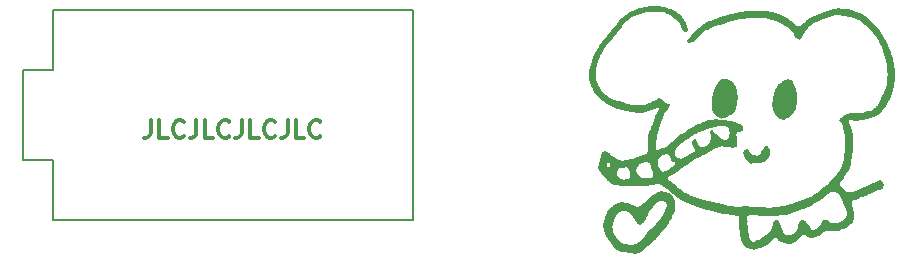
<source format=gbr>
%TF.GenerationSoftware,KiCad,Pcbnew,(6.0.10-0)*%
%TF.CreationDate,2023-02-04T09:28:37-08:00*%
%TF.ProjectId,ElephantKeyboard,456c6570-6861-46e7-944b-6579626f6172,rev?*%
%TF.SameCoordinates,Original*%
%TF.FileFunction,Legend,Top*%
%TF.FilePolarity,Positive*%
%FSLAX46Y46*%
G04 Gerber Fmt 4.6, Leading zero omitted, Abs format (unit mm)*
G04 Created by KiCad (PCBNEW (6.0.10-0)) date 2023-02-04 09:28:37*
%MOMM*%
%LPD*%
G01*
G04 APERTURE LIST*
%ADD10C,0.000000*%
%ADD11C,0.300000*%
%ADD12C,0.150000*%
%ADD13R,1.600000X1.600000*%
%ADD14C,1.600000*%
%ADD15C,3.000000*%
%ADD16C,3.987800*%
%ADD17C,1.701800*%
%ADD18C,3.048000*%
G04 APERTURE END LIST*
D10*
G36*
X121478249Y-55567597D02*
G01*
X121368722Y-55538735D01*
X121256187Y-55513927D01*
X121141075Y-55492443D01*
X120904852Y-55456529D01*
X120663508Y-55425159D01*
X120420501Y-55392497D01*
X120299454Y-55373859D01*
X120179287Y-55352710D01*
X120060433Y-55328320D01*
X119943323Y-55299960D01*
X119828390Y-55266902D01*
X119716066Y-55228415D01*
X119354735Y-55141005D01*
X119048493Y-55064752D01*
X118508303Y-54928184D01*
X118443025Y-54912697D01*
X118370793Y-54891470D01*
X118292523Y-54865242D01*
X118209128Y-54834749D01*
X118030626Y-54763929D01*
X117842605Y-54684917D01*
X117467275Y-54525948D01*
X117294602Y-54457806D01*
X117215215Y-54429156D01*
X117141681Y-54405103D01*
X117083158Y-54383987D01*
X117021565Y-54358646D01*
X116957609Y-54329584D01*
X116891999Y-54297301D01*
X116825441Y-54262301D01*
X116758644Y-54225086D01*
X116692315Y-54186158D01*
X116627163Y-54146020D01*
X116563894Y-54105173D01*
X116503217Y-54064121D01*
X116445840Y-54023365D01*
X116392470Y-53983409D01*
X116343815Y-53944753D01*
X116300582Y-53907901D01*
X116263480Y-53873356D01*
X116233217Y-53841618D01*
X116186806Y-53810473D01*
X116137358Y-53772769D01*
X116085081Y-53729450D01*
X116030182Y-53681463D01*
X115788507Y-53461719D01*
X115723605Y-53404559D01*
X115657323Y-53348399D01*
X115589870Y-53294185D01*
X115521451Y-53242861D01*
X115452275Y-53195371D01*
X115382548Y-53152662D01*
X115347542Y-53133395D01*
X115312477Y-53115678D01*
X115277378Y-53099628D01*
X115242270Y-53085363D01*
X115197190Y-53039108D01*
X115150637Y-52998982D01*
X115102676Y-52964653D01*
X115053374Y-52935786D01*
X115002795Y-52912048D01*
X114951005Y-52893104D01*
X114898070Y-52878621D01*
X114844056Y-52868264D01*
X114789027Y-52861701D01*
X114733050Y-52858596D01*
X114676189Y-52858617D01*
X114618512Y-52861429D01*
X114500966Y-52874092D01*
X114380938Y-52893913D01*
X114135529Y-52944348D01*
X114011198Y-52969619D01*
X113886482Y-52991365D01*
X113761906Y-53006915D01*
X113699834Y-53011532D01*
X113637993Y-53013598D01*
X113576449Y-53012779D01*
X113515269Y-53008742D01*
X113454516Y-53001153D01*
X113394257Y-52989677D01*
X113313812Y-52983929D01*
X113235466Y-52981322D01*
X113158995Y-52981428D01*
X113084177Y-52983823D01*
X112938612Y-52993773D01*
X112796992Y-53007766D01*
X112657537Y-53022395D01*
X112518468Y-53034252D01*
X112448522Y-53038077D01*
X112378006Y-53039931D01*
X112306696Y-53039388D01*
X112234372Y-53036024D01*
X111913586Y-53017127D01*
X111741163Y-53005961D01*
X111565786Y-52991764D01*
X111391253Y-52973124D01*
X111221362Y-52948627D01*
X111139344Y-52933741D01*
X111059912Y-52916861D01*
X110983539Y-52897810D01*
X110910701Y-52876412D01*
X110826480Y-52817316D01*
X110746394Y-52756004D01*
X110670016Y-52692737D01*
X110596915Y-52627774D01*
X110526662Y-52561373D01*
X110458828Y-52493796D01*
X110392982Y-52425301D01*
X110328696Y-52356148D01*
X110078550Y-52078145D01*
X109951663Y-51941943D01*
X109893906Y-51883220D01*
X111258524Y-51883220D01*
X111258580Y-51929233D01*
X111262879Y-51975552D01*
X111271476Y-52021792D01*
X111284422Y-52067567D01*
X111301772Y-52112492D01*
X111323578Y-52156180D01*
X111349893Y-52198245D01*
X111380771Y-52238303D01*
X111416266Y-52275966D01*
X111456429Y-52310850D01*
X111501315Y-52342568D01*
X111550976Y-52370735D01*
X111605466Y-52394965D01*
X111664838Y-52414872D01*
X111729146Y-52430070D01*
X111735232Y-52422545D01*
X111741016Y-52417413D01*
X111746534Y-52414479D01*
X111751820Y-52413545D01*
X111756911Y-52414416D01*
X111761842Y-52416896D01*
X111766649Y-52420788D01*
X111771368Y-52425896D01*
X111780683Y-52438974D01*
X111790073Y-52454562D01*
X111799822Y-52471088D01*
X111810216Y-52486982D01*
X111821540Y-52500675D01*
X111827640Y-52506205D01*
X111834080Y-52510596D01*
X111840895Y-52513652D01*
X111848120Y-52515175D01*
X111855793Y-52514971D01*
X111863947Y-52512843D01*
X111872619Y-52508594D01*
X111881845Y-52502028D01*
X111891660Y-52492950D01*
X111902100Y-52481162D01*
X111913200Y-52466468D01*
X111924997Y-52448673D01*
X111937525Y-52427579D01*
X111950821Y-52402991D01*
X111950821Y-52402993D01*
X112018272Y-52434485D01*
X112079586Y-52453609D01*
X112134922Y-52461220D01*
X112184439Y-52458176D01*
X112228296Y-52445331D01*
X112266653Y-52423542D01*
X112299669Y-52393664D01*
X112327503Y-52356554D01*
X112350315Y-52313068D01*
X112368265Y-52264061D01*
X112381510Y-52210390D01*
X112390212Y-52152910D01*
X112394528Y-52092478D01*
X112394619Y-52029950D01*
X112390643Y-51966181D01*
X112382760Y-51902028D01*
X112371130Y-51838346D01*
X112355912Y-51775991D01*
X112337264Y-51715820D01*
X112315347Y-51658689D01*
X112308147Y-51643373D01*
X112910295Y-51643373D01*
X112911914Y-51695686D01*
X112918550Y-51747903D01*
X112929947Y-51799762D01*
X112945851Y-51851000D01*
X112966004Y-51901355D01*
X112990151Y-51950564D01*
X113018038Y-51998366D01*
X113049407Y-52044497D01*
X113084005Y-52088695D01*
X113121574Y-52130697D01*
X113161860Y-52170242D01*
X113204606Y-52207067D01*
X113249558Y-52240908D01*
X113296459Y-52271505D01*
X113345055Y-52298595D01*
X113395089Y-52321914D01*
X113446305Y-52341201D01*
X113498449Y-52356192D01*
X113551265Y-52366627D01*
X113604496Y-52372242D01*
X113657888Y-52372774D01*
X113711184Y-52367962D01*
X113764130Y-52357543D01*
X113816470Y-52341254D01*
X113887358Y-52352464D01*
X113952382Y-52359287D01*
X114011737Y-52361903D01*
X114065617Y-52360493D01*
X114114216Y-52355235D01*
X114157730Y-52346311D01*
X114196353Y-52333900D01*
X114230279Y-52318182D01*
X114259702Y-52299337D01*
X114284818Y-52277544D01*
X114305820Y-52252985D01*
X114322904Y-52225838D01*
X114336263Y-52196285D01*
X114346093Y-52164504D01*
X114352587Y-52130675D01*
X114355941Y-52094980D01*
X114356348Y-52057597D01*
X114354003Y-52018706D01*
X114349101Y-51978489D01*
X114341837Y-51937123D01*
X114332404Y-51894790D01*
X114320997Y-51851670D01*
X114293040Y-51763786D01*
X114259522Y-51674911D01*
X114221999Y-51586484D01*
X114182027Y-51499946D01*
X114141162Y-51416737D01*
X114140114Y-51357566D01*
X114134286Y-51303537D01*
X114123955Y-51254484D01*
X114109396Y-51210242D01*
X114090888Y-51170646D01*
X114068706Y-51135529D01*
X114043127Y-51104727D01*
X114014427Y-51078073D01*
X113982884Y-51055404D01*
X113948773Y-51036552D01*
X113912372Y-51021353D01*
X113894523Y-51015912D01*
X114712432Y-51015912D01*
X114714552Y-51065266D01*
X114720524Y-51116153D01*
X114730443Y-51168581D01*
X114744402Y-51222561D01*
X114762495Y-51278102D01*
X114784816Y-51335215D01*
X114811459Y-51393909D01*
X114842518Y-51454194D01*
X114878086Y-51516079D01*
X114918257Y-51579576D01*
X114953679Y-51631442D01*
X114972851Y-51658475D01*
X114993052Y-51685351D01*
X115014323Y-51711399D01*
X115036704Y-51735953D01*
X115060236Y-51758343D01*
X115072447Y-51768517D01*
X115084961Y-51777901D01*
X115097783Y-51786409D01*
X115110918Y-51793959D01*
X115124372Y-51800466D01*
X115138150Y-51805848D01*
X115152256Y-51810020D01*
X115166696Y-51812899D01*
X115181475Y-51814402D01*
X115196598Y-51814445D01*
X115212070Y-51812944D01*
X115227896Y-51809817D01*
X115244081Y-51804978D01*
X115260631Y-51798346D01*
X115277550Y-51789835D01*
X115294844Y-51779363D01*
X115312518Y-51766847D01*
X115330576Y-51752202D01*
X115399458Y-51726226D01*
X115479538Y-51688080D01*
X115567703Y-51639764D01*
X115660838Y-51583281D01*
X115755832Y-51520632D01*
X115849570Y-51453819D01*
X115938939Y-51384844D01*
X116020826Y-51315709D01*
X116092117Y-51248416D01*
X116149700Y-51184966D01*
X116172377Y-51155309D01*
X116190460Y-51127362D01*
X116203559Y-51101378D01*
X116211285Y-51077606D01*
X116213249Y-51056295D01*
X116209061Y-51037698D01*
X116198333Y-51022063D01*
X116180675Y-51009641D01*
X116155699Y-51000683D01*
X116123014Y-50995437D01*
X116082232Y-50994156D01*
X116032964Y-50997088D01*
X116016146Y-50991371D01*
X116000097Y-50982156D01*
X115984730Y-50969689D01*
X115969961Y-50954216D01*
X115955703Y-50935982D01*
X115941870Y-50915234D01*
X115915139Y-50867175D01*
X115889080Y-50812003D01*
X115863008Y-50751684D01*
X115808082Y-50623465D01*
X115777855Y-50559495D01*
X115744871Y-50498237D01*
X115727131Y-50469240D01*
X115708444Y-50441657D01*
X115688725Y-50415735D01*
X115667888Y-50391720D01*
X115645848Y-50369856D01*
X115622518Y-50350390D01*
X115597812Y-50333567D01*
X115571645Y-50319633D01*
X115543932Y-50308834D01*
X115514586Y-50301414D01*
X115483522Y-50297620D01*
X115450654Y-50297697D01*
X115334634Y-50335312D01*
X115226144Y-50378226D01*
X115174958Y-50401695D01*
X115125935Y-50426517D01*
X115079170Y-50452704D01*
X115034757Y-50480265D01*
X114992789Y-50509210D01*
X114953361Y-50539548D01*
X114916566Y-50571290D01*
X114882497Y-50604446D01*
X114851249Y-50639025D01*
X114822916Y-50675037D01*
X114797591Y-50712492D01*
X114775369Y-50751400D01*
X114756342Y-50791771D01*
X114740605Y-50833614D01*
X114728252Y-50876940D01*
X114719376Y-50921758D01*
X114714072Y-50968079D01*
X114712432Y-51015912D01*
X113894523Y-51015912D01*
X113873957Y-51009641D01*
X113833804Y-51001251D01*
X113792190Y-50996018D01*
X113749391Y-50993775D01*
X113705685Y-50994357D01*
X113661348Y-50997599D01*
X113616656Y-51003336D01*
X113571886Y-51011402D01*
X113527315Y-51021631D01*
X113483218Y-51033858D01*
X113439874Y-51047918D01*
X113397557Y-51063646D01*
X113356546Y-51080875D01*
X113317116Y-51099440D01*
X113279544Y-51119176D01*
X113244107Y-51139917D01*
X113211080Y-51161499D01*
X113180742Y-51183755D01*
X113153368Y-51206520D01*
X113129235Y-51229628D01*
X113108620Y-51252915D01*
X113060902Y-51296546D01*
X113020247Y-51342181D01*
X112986397Y-51389557D01*
X112959098Y-51438413D01*
X112938094Y-51488484D01*
X112923129Y-51539510D01*
X112913948Y-51591227D01*
X112910295Y-51643373D01*
X112308147Y-51643373D01*
X112290319Y-51605453D01*
X112262341Y-51556968D01*
X112231570Y-51514091D01*
X112198167Y-51477677D01*
X112162292Y-51448583D01*
X112124102Y-51427663D01*
X112083758Y-51415776D01*
X112041419Y-51413775D01*
X111997244Y-51422518D01*
X111951393Y-51442860D01*
X111904025Y-51475657D01*
X111855299Y-51521766D01*
X111791352Y-51503538D01*
X111730745Y-51492175D01*
X111673530Y-51487292D01*
X111619761Y-51488502D01*
X111569491Y-51495420D01*
X111522773Y-51507660D01*
X111479660Y-51524837D01*
X111440206Y-51546564D01*
X111404463Y-51572455D01*
X111372485Y-51602126D01*
X111344325Y-51635189D01*
X111320036Y-51671260D01*
X111299672Y-51709952D01*
X111283286Y-51750880D01*
X111270930Y-51793658D01*
X111262658Y-51837900D01*
X111258524Y-51883220D01*
X109893906Y-51883220D01*
X109886263Y-51875450D01*
X109818986Y-51810375D01*
X109795356Y-51780989D01*
X109774630Y-51750640D01*
X109756682Y-51719358D01*
X109741386Y-51687172D01*
X109728618Y-51654109D01*
X109718251Y-51620198D01*
X109710159Y-51585469D01*
X109704218Y-51549948D01*
X109700303Y-51513665D01*
X109698286Y-51476648D01*
X109698044Y-51438926D01*
X109699450Y-51400528D01*
X109706706Y-51321814D01*
X109712972Y-51280658D01*
X110408992Y-51280658D01*
X110409898Y-51312574D01*
X110415092Y-51342775D01*
X110424976Y-51370619D01*
X110439953Y-51395462D01*
X110460425Y-51416662D01*
X110486794Y-51433576D01*
X110519464Y-51445562D01*
X110558837Y-51451976D01*
X110605314Y-51452176D01*
X110659300Y-51445519D01*
X110659298Y-51445519D01*
X110667695Y-51352552D01*
X110671525Y-51272010D01*
X110671191Y-51203251D01*
X110667096Y-51145631D01*
X110659642Y-51098509D01*
X110649232Y-51061240D01*
X110636267Y-51033183D01*
X110621151Y-51013695D01*
X110604286Y-51002133D01*
X110586074Y-50997855D01*
X110566918Y-51000217D01*
X110547221Y-51008577D01*
X110527384Y-51022292D01*
X110507810Y-51040719D01*
X110488902Y-51063216D01*
X110471062Y-51089140D01*
X110454693Y-51117849D01*
X110440197Y-51148698D01*
X110427976Y-51181047D01*
X110418433Y-51214251D01*
X110411971Y-51247669D01*
X110408992Y-51280658D01*
X109712972Y-51280658D01*
X109719050Y-51240736D01*
X109735478Y-51157521D01*
X109754986Y-51072397D01*
X109799228Y-50897335D01*
X109843743Y-50717373D01*
X109863594Y-50626126D01*
X109880501Y-50534338D01*
X109888318Y-50477806D01*
X109899244Y-50425418D01*
X109913095Y-50377101D01*
X109929686Y-50332784D01*
X109948834Y-50292395D01*
X109970354Y-50255862D01*
X109994061Y-50223115D01*
X110019772Y-50194080D01*
X110047301Y-50168687D01*
X110076464Y-50146864D01*
X110107078Y-50128539D01*
X110138957Y-50113641D01*
X110171917Y-50102097D01*
X110205775Y-50093837D01*
X110240345Y-50088789D01*
X110275443Y-50086880D01*
X110310884Y-50088040D01*
X110346486Y-50092196D01*
X110382062Y-50099278D01*
X110417429Y-50109213D01*
X110452402Y-50121929D01*
X110486798Y-50137356D01*
X110520431Y-50155421D01*
X110553117Y-50176053D01*
X110584672Y-50199180D01*
X110614911Y-50224731D01*
X110643651Y-50252633D01*
X110670706Y-50282816D01*
X110695892Y-50315207D01*
X110719026Y-50349735D01*
X110739922Y-50386328D01*
X110758397Y-50424915D01*
X110832922Y-50453710D01*
X110908103Y-50488768D01*
X110983708Y-50528642D01*
X111059501Y-50571881D01*
X111210717Y-50662660D01*
X111285671Y-50707302D01*
X111359876Y-50749513D01*
X111433100Y-50787844D01*
X111505106Y-50820846D01*
X111575662Y-50847069D01*
X111610323Y-50857186D01*
X111644533Y-50865066D01*
X111678264Y-50870525D01*
X111711485Y-50873385D01*
X111744168Y-50873463D01*
X111776284Y-50870578D01*
X111807802Y-50864550D01*
X111838694Y-50855197D01*
X111868931Y-50842338D01*
X111898483Y-50825792D01*
X112002281Y-50816292D01*
X112107335Y-50801105D01*
X112213568Y-50780876D01*
X112320900Y-50756249D01*
X112429255Y-50727867D01*
X112538553Y-50696375D01*
X112759667Y-50626637D01*
X113209774Y-50478183D01*
X113437515Y-50409773D01*
X113551784Y-50379277D01*
X113666213Y-50352113D01*
X113715428Y-50315615D01*
X113758616Y-50275948D01*
X113796123Y-50233303D01*
X113828294Y-50187874D01*
X113835056Y-50175927D01*
X116174266Y-50175927D01*
X116176801Y-50236251D01*
X116185118Y-50298515D01*
X116199508Y-50362782D01*
X116220260Y-50429119D01*
X116231206Y-50450782D01*
X116242855Y-50470764D01*
X116255147Y-50489147D01*
X116268023Y-50506013D01*
X116281425Y-50521444D01*
X116295291Y-50535522D01*
X116309562Y-50548329D01*
X116324180Y-50559946D01*
X116339084Y-50570456D01*
X116354216Y-50579941D01*
X116369515Y-50588483D01*
X116384921Y-50596163D01*
X116415822Y-50609267D01*
X116446440Y-50619909D01*
X116556573Y-50650969D01*
X116578641Y-50659136D01*
X116588528Y-50663730D01*
X116597571Y-50668774D01*
X116605711Y-50674350D01*
X116612887Y-50680540D01*
X116619041Y-50687425D01*
X116624113Y-50695089D01*
X116652150Y-50697722D01*
X116681404Y-50696955D01*
X116711817Y-50692991D01*
X116743331Y-50686035D01*
X116775890Y-50676288D01*
X116809434Y-50663955D01*
X116843908Y-50649239D01*
X116879253Y-50632344D01*
X116952326Y-50592828D01*
X117028194Y-50547034D01*
X117186470Y-50443123D01*
X117350399Y-50333628D01*
X117433331Y-50280854D01*
X117516295Y-50231566D01*
X117598830Y-50187390D01*
X117680475Y-50149955D01*
X117720821Y-50134273D01*
X117760771Y-50120886D01*
X117800269Y-50109998D01*
X117839256Y-50101812D01*
X117852384Y-50075845D01*
X117861917Y-50049731D01*
X117868089Y-50023475D01*
X117871136Y-49997081D01*
X117871293Y-49970552D01*
X117868796Y-49943891D01*
X117863879Y-49917104D01*
X117856778Y-49890193D01*
X117847728Y-49863162D01*
X117836964Y-49836015D01*
X117811234Y-49781388D01*
X117781471Y-49726341D01*
X117749555Y-49670904D01*
X117717369Y-49615107D01*
X117686793Y-49558980D01*
X117659709Y-49502553D01*
X117648065Y-49474237D01*
X117637999Y-49445856D01*
X117629747Y-49417416D01*
X117623544Y-49388919D01*
X117619625Y-49360369D01*
X117618225Y-49331771D01*
X117619579Y-49303127D01*
X117623924Y-49274442D01*
X117631493Y-49245719D01*
X117642522Y-49216962D01*
X117691217Y-49166727D01*
X117735370Y-49127053D01*
X117775339Y-49097299D01*
X117811481Y-49076828D01*
X117844154Y-49064999D01*
X117873715Y-49061173D01*
X117900523Y-49064711D01*
X117924935Y-49074973D01*
X117947308Y-49091320D01*
X117968001Y-49113114D01*
X117987370Y-49139713D01*
X118005774Y-49170480D01*
X118041117Y-49241958D01*
X118076890Y-49322432D01*
X118115954Y-49406788D01*
X118161170Y-49489911D01*
X118186980Y-49529411D01*
X118215401Y-49566686D01*
X118246791Y-49601095D01*
X118281507Y-49631999D01*
X118319907Y-49658758D01*
X118362349Y-49680734D01*
X118409190Y-49697288D01*
X118460789Y-49707778D01*
X118517502Y-49711568D01*
X118579688Y-49708016D01*
X118647703Y-49696484D01*
X118721907Y-49676333D01*
X118754388Y-49666914D01*
X118786574Y-49654558D01*
X118818367Y-49639378D01*
X118849672Y-49621492D01*
X118880392Y-49601015D01*
X118910431Y-49578063D01*
X118939693Y-49552753D01*
X118968082Y-49525199D01*
X118995502Y-49495519D01*
X119021856Y-49463828D01*
X119047048Y-49430242D01*
X119070983Y-49394877D01*
X119093564Y-49357849D01*
X119114694Y-49319274D01*
X119134278Y-49279268D01*
X119152220Y-49237947D01*
X119168423Y-49195427D01*
X119182791Y-49151824D01*
X119195228Y-49107254D01*
X119205638Y-49061833D01*
X119213924Y-49015677D01*
X119219991Y-48968902D01*
X119223742Y-48921623D01*
X119225081Y-48873958D01*
X119223913Y-48826021D01*
X119220140Y-48777929D01*
X119213666Y-48729797D01*
X119204397Y-48681743D01*
X119192234Y-48633881D01*
X119177083Y-48586328D01*
X119158846Y-48539200D01*
X119137428Y-48492612D01*
X119159359Y-48425866D01*
X119183148Y-48372722D01*
X119208768Y-48332370D01*
X119236191Y-48303999D01*
X119265388Y-48286797D01*
X119296331Y-48279956D01*
X119328992Y-48282663D01*
X119363341Y-48294108D01*
X119399351Y-48313481D01*
X119436994Y-48339970D01*
X119517064Y-48411056D01*
X119603322Y-48500881D01*
X119695543Y-48602959D01*
X119793500Y-48710804D01*
X119896966Y-48817931D01*
X120005714Y-48917854D01*
X120061997Y-48963088D01*
X120119516Y-49004089D01*
X120178243Y-49040045D01*
X120238147Y-49070148D01*
X120299203Y-49093585D01*
X120361380Y-49109547D01*
X120424651Y-49117222D01*
X120488987Y-49115801D01*
X120554360Y-49104471D01*
X120620741Y-49082423D01*
X120647334Y-49048951D01*
X120672109Y-49012767D01*
X120695009Y-48974125D01*
X120715973Y-48933278D01*
X120734946Y-48890481D01*
X120751867Y-48845988D01*
X120766680Y-48800054D01*
X120779324Y-48752933D01*
X120797878Y-48656147D01*
X120803670Y-48606991D01*
X120807062Y-48557664D01*
X120807994Y-48508423D01*
X120806409Y-48459520D01*
X120802248Y-48411210D01*
X120795453Y-48363748D01*
X120785966Y-48317387D01*
X120773728Y-48272382D01*
X120758681Y-48228988D01*
X120740766Y-48187458D01*
X120719926Y-48148048D01*
X120696102Y-48111010D01*
X120669236Y-48076601D01*
X120639268Y-48045073D01*
X120606142Y-48016681D01*
X120569799Y-47991680D01*
X120530180Y-47970323D01*
X120487228Y-47952866D01*
X120440883Y-47939562D01*
X120391087Y-47930666D01*
X120337783Y-47926432D01*
X120280911Y-47927114D01*
X120072753Y-47943459D01*
X119895184Y-47960227D01*
X119738598Y-47979445D01*
X119665173Y-47990606D01*
X119593393Y-48003140D01*
X119522057Y-48017301D01*
X119449965Y-48033341D01*
X119298710Y-48072073D01*
X119130024Y-48121365D01*
X118934305Y-48183244D01*
X118704796Y-48267476D01*
X118476162Y-48354133D01*
X118251125Y-48444758D01*
X118032407Y-48540890D01*
X117926268Y-48591504D01*
X117822731Y-48644073D01*
X117722135Y-48698789D01*
X117624821Y-48755847D01*
X117531129Y-48815437D01*
X117441399Y-48877754D01*
X117355972Y-48942989D01*
X117275188Y-49011335D01*
X117189283Y-49076090D01*
X117095228Y-49141607D01*
X116891933Y-49277003D01*
X116787328Y-49347917D01*
X116683841Y-49421667D01*
X116583790Y-49498771D01*
X116489491Y-49579747D01*
X116403262Y-49665112D01*
X116363897Y-49709603D01*
X116327419Y-49755386D01*
X116294118Y-49802526D01*
X116264282Y-49851086D01*
X116238201Y-49901133D01*
X116216165Y-49952731D01*
X116198464Y-50005945D01*
X116185388Y-50060839D01*
X116177225Y-50117478D01*
X116174266Y-50175927D01*
X113835056Y-50175927D01*
X113855474Y-50139854D01*
X113878008Y-50089435D01*
X113896240Y-50036812D01*
X113910516Y-49982177D01*
X113921181Y-49925723D01*
X113928580Y-49867644D01*
X113933057Y-49808132D01*
X113934958Y-49747380D01*
X113932411Y-49622931D01*
X113923698Y-49495841D01*
X113898814Y-49239917D01*
X113888163Y-49114173D01*
X113882384Y-48991966D01*
X113884239Y-48874843D01*
X113888891Y-48818669D01*
X113896486Y-48764346D01*
X113907369Y-48712066D01*
X113921886Y-48662022D01*
X113940380Y-48614407D01*
X113963198Y-48569415D01*
X114026970Y-48438526D01*
X114086544Y-48306000D01*
X114142616Y-48172068D01*
X114195883Y-48036965D01*
X114296789Y-47764174D01*
X114394833Y-47489493D01*
X114495588Y-47214784D01*
X114604627Y-46941911D01*
X114663994Y-46806747D01*
X114727522Y-46672740D01*
X114795907Y-46540125D01*
X114869846Y-46409133D01*
X114845373Y-46401443D01*
X114817569Y-46397210D01*
X114786607Y-46396220D01*
X114752659Y-46398259D01*
X114676501Y-46410564D01*
X114590480Y-46432408D01*
X114495981Y-46462076D01*
X114394390Y-46497849D01*
X114175473Y-46580850D01*
X113944809Y-46667678D01*
X113828536Y-46708237D01*
X113713482Y-46744603D01*
X113601032Y-46775059D01*
X113492573Y-46797891D01*
X113440272Y-46805911D01*
X113389488Y-46811380D01*
X113340395Y-46814085D01*
X113293164Y-46813811D01*
X113104607Y-46813055D01*
X112916394Y-46805135D01*
X112728767Y-46790341D01*
X112541967Y-46768964D01*
X112356236Y-46741294D01*
X112171815Y-46707621D01*
X111988946Y-46668234D01*
X111807869Y-46623424D01*
X111628827Y-46573480D01*
X111452060Y-46518693D01*
X111277810Y-46459353D01*
X111106318Y-46395750D01*
X110937826Y-46328173D01*
X110772575Y-46256913D01*
X110610806Y-46182261D01*
X110452761Y-46104504D01*
X110338239Y-46024918D01*
X110225173Y-45941114D01*
X110114014Y-45853246D01*
X110005214Y-45761466D01*
X109899226Y-45665925D01*
X109796502Y-45566778D01*
X109697494Y-45464175D01*
X109602655Y-45358270D01*
X109512436Y-45249214D01*
X109427291Y-45137162D01*
X109347670Y-45022263D01*
X109274027Y-44904672D01*
X109206814Y-44784541D01*
X109146482Y-44662022D01*
X109093485Y-44537267D01*
X109048274Y-44410429D01*
X109017598Y-44321619D01*
X108990321Y-44226131D01*
X108966612Y-44124988D01*
X108946638Y-44019211D01*
X108930567Y-43909822D01*
X108918569Y-43797844D01*
X108910811Y-43684298D01*
X108907463Y-43570207D01*
X108908692Y-43456593D01*
X108914666Y-43344477D01*
X108925555Y-43234882D01*
X108941526Y-43128830D01*
X108962748Y-43027342D01*
X108989389Y-42931442D01*
X109021618Y-42842150D01*
X109059603Y-42760489D01*
X109088419Y-42622267D01*
X109122763Y-42486508D01*
X109162374Y-42353111D01*
X109206989Y-42221975D01*
X109310189Y-41966076D01*
X109430268Y-41717997D01*
X109565133Y-41476923D01*
X109712690Y-41242039D01*
X109870846Y-41012533D01*
X110037507Y-40787589D01*
X110210580Y-40566393D01*
X110387971Y-40348130D01*
X110747333Y-39917149D01*
X111098845Y-39488132D01*
X111266424Y-39272324D01*
X111425760Y-39054563D01*
X111564664Y-38905433D01*
X111713905Y-38765462D01*
X111872511Y-38634643D01*
X112039508Y-38512969D01*
X112213925Y-38400431D01*
X112394790Y-38297024D01*
X112581130Y-38202738D01*
X112771973Y-38117566D01*
X112966347Y-38041501D01*
X113163280Y-37974535D01*
X113361799Y-37916661D01*
X113560932Y-37867871D01*
X113759707Y-37828157D01*
X113957152Y-37797512D01*
X114152294Y-37775928D01*
X114344161Y-37763399D01*
X114434207Y-37759465D01*
X114530687Y-37760362D01*
X114632555Y-37765786D01*
X114738766Y-37775433D01*
X114848275Y-37789003D01*
X114960036Y-37806191D01*
X115073004Y-37826696D01*
X115186134Y-37850213D01*
X115298380Y-37876442D01*
X115408697Y-37905079D01*
X115516040Y-37935821D01*
X115619363Y-37968366D01*
X115717621Y-38002411D01*
X115809769Y-38037654D01*
X115894761Y-38073791D01*
X115971551Y-38110520D01*
X116029559Y-38126068D01*
X116092797Y-38149407D01*
X116160307Y-38180024D01*
X116231130Y-38217406D01*
X116304305Y-38261039D01*
X116378874Y-38310408D01*
X116453875Y-38364999D01*
X116528351Y-38424300D01*
X116601341Y-38487796D01*
X116671886Y-38554974D01*
X116739026Y-38625318D01*
X116801802Y-38698317D01*
X116859253Y-38773455D01*
X116910422Y-38850220D01*
X116933349Y-38889051D01*
X116954347Y-38928096D01*
X116973293Y-38967291D01*
X116990069Y-39006571D01*
X117039608Y-39075622D01*
X117083579Y-39144887D01*
X117122167Y-39214008D01*
X117155557Y-39282623D01*
X117183937Y-39350372D01*
X117207491Y-39416897D01*
X117226406Y-39481836D01*
X117240867Y-39544830D01*
X117251060Y-39605518D01*
X117257171Y-39663541D01*
X117259385Y-39718539D01*
X117257890Y-39770151D01*
X117252869Y-39818017D01*
X117244510Y-39861778D01*
X117232998Y-39901074D01*
X117218519Y-39935543D01*
X117201259Y-39964827D01*
X117181403Y-39988566D01*
X117159138Y-40006398D01*
X117134648Y-40017965D01*
X117108121Y-40022906D01*
X117079742Y-40020861D01*
X117049696Y-40011470D01*
X117018170Y-39994374D01*
X116985349Y-39969211D01*
X116951420Y-39935622D01*
X116916567Y-39893248D01*
X116880977Y-39841727D01*
X116844836Y-39780700D01*
X116808329Y-39709807D01*
X116771643Y-39628688D01*
X116734962Y-39536983D01*
X116706441Y-39474630D01*
X116676598Y-39414485D01*
X116645458Y-39356483D01*
X116613046Y-39300561D01*
X116579387Y-39246655D01*
X116544508Y-39194700D01*
X116508433Y-39144634D01*
X116471188Y-39096391D01*
X116432799Y-39049910D01*
X116393289Y-39005125D01*
X116311014Y-38920390D01*
X116224565Y-38841676D01*
X116134145Y-38768474D01*
X116039958Y-38700271D01*
X115942206Y-38636560D01*
X115841093Y-38576827D01*
X115736820Y-38520565D01*
X115629592Y-38467261D01*
X115519611Y-38416406D01*
X115407080Y-38367489D01*
X115292201Y-38320001D01*
X115037259Y-38281742D01*
X114777265Y-38257476D01*
X114513973Y-38247709D01*
X114249134Y-38252944D01*
X113984500Y-38273687D01*
X113721824Y-38310444D01*
X113462858Y-38363718D01*
X113209355Y-38434015D01*
X112963066Y-38521839D01*
X112725744Y-38627697D01*
X112499142Y-38752092D01*
X112285011Y-38895529D01*
X112183170Y-38974546D01*
X112085104Y-39058514D01*
X111991032Y-39147494D01*
X111901173Y-39241551D01*
X111815746Y-39340747D01*
X111734971Y-39445146D01*
X111659065Y-39554810D01*
X111588249Y-39669802D01*
X111242326Y-40095711D01*
X110925201Y-40478991D01*
X110619003Y-40841180D01*
X110305856Y-41203813D01*
X110089720Y-41581862D01*
X109980508Y-41779182D01*
X109875355Y-41982022D01*
X109825430Y-42085510D01*
X109777875Y-42190375D01*
X109733143Y-42296615D01*
X109691684Y-42404231D01*
X109653951Y-42513220D01*
X109620397Y-42623583D01*
X109591472Y-42735317D01*
X109567629Y-42848423D01*
X109531122Y-42967485D01*
X109502264Y-43086598D01*
X109480865Y-43205582D01*
X109466740Y-43324259D01*
X109459700Y-43442449D01*
X109459559Y-43559973D01*
X109466129Y-43676651D01*
X109479223Y-43792305D01*
X109498653Y-43906755D01*
X109524234Y-44019823D01*
X109555777Y-44131328D01*
X109593094Y-44241092D01*
X109636000Y-44348935D01*
X109684306Y-44454678D01*
X109737826Y-44558143D01*
X109796372Y-44659149D01*
X109859757Y-44757517D01*
X109927793Y-44853069D01*
X110000294Y-44945625D01*
X110077072Y-45035006D01*
X110157941Y-45121032D01*
X110242712Y-45203525D01*
X110331198Y-45282305D01*
X110423213Y-45357192D01*
X110518568Y-45428009D01*
X110617078Y-45494575D01*
X110718554Y-45556711D01*
X110822810Y-45614239D01*
X110929657Y-45666978D01*
X111038910Y-45714750D01*
X111150380Y-45757375D01*
X111263880Y-45794674D01*
X111292593Y-45794101D01*
X111323538Y-45796079D01*
X111391742Y-45806953D01*
X111467723Y-45825834D01*
X111550713Y-45851258D01*
X111937414Y-45989130D01*
X112043934Y-46025327D01*
X112152857Y-46059288D01*
X112263414Y-46089553D01*
X112374839Y-46114656D01*
X112486362Y-46133135D01*
X112541920Y-46139434D01*
X112597216Y-46143528D01*
X112652152Y-46145234D01*
X112706633Y-46144370D01*
X112760563Y-46140753D01*
X112813846Y-46134200D01*
X112887350Y-46150379D01*
X112959188Y-46163245D01*
X113029462Y-46172912D01*
X113098270Y-46179496D01*
X113165714Y-46183111D01*
X113231892Y-46183872D01*
X113296906Y-46181895D01*
X113360856Y-46177295D01*
X113485962Y-46160683D01*
X113608010Y-46134957D01*
X113727802Y-46101036D01*
X113846138Y-46059842D01*
X113963819Y-46012293D01*
X114081646Y-45959310D01*
X114320941Y-45840720D01*
X114570429Y-45711433D01*
X114836515Y-45578808D01*
X114868302Y-45586709D01*
X114898246Y-45596563D01*
X114926507Y-45608216D01*
X114953245Y-45621518D01*
X114978621Y-45636315D01*
X115002796Y-45652457D01*
X115025931Y-45669792D01*
X115048188Y-45688166D01*
X115090705Y-45727428D01*
X115131636Y-45769028D01*
X115213883Y-45854375D01*
X115257772Y-45895692D01*
X115280971Y-45915479D01*
X115305220Y-45934482D01*
X115330681Y-45952550D01*
X115357514Y-45969531D01*
X115385881Y-45985272D01*
X115415941Y-45999622D01*
X115447856Y-46012428D01*
X115481787Y-46023539D01*
X115517894Y-46032803D01*
X115556338Y-46040067D01*
X115597280Y-46045181D01*
X115640881Y-46047991D01*
X115687302Y-46048345D01*
X115736703Y-46046093D01*
X115743052Y-46075260D01*
X115746287Y-46104018D01*
X115746583Y-46132405D01*
X115744113Y-46160458D01*
X115739052Y-46188215D01*
X115731575Y-46215713D01*
X115721857Y-46242989D01*
X115710071Y-46270082D01*
X115696392Y-46297029D01*
X115680996Y-46323868D01*
X115664055Y-46350635D01*
X115645745Y-46377369D01*
X115605716Y-46430887D01*
X115562304Y-46484721D01*
X115470916Y-46594542D01*
X115425731Y-46651130D01*
X115382748Y-46709236D01*
X115362518Y-46738952D01*
X115343362Y-46769161D01*
X115325454Y-46799899D01*
X115308970Y-46831205D01*
X115294082Y-46863116D01*
X115280967Y-46895669D01*
X115269797Y-46928903D01*
X115260749Y-46962853D01*
X115135526Y-47273994D01*
X115013259Y-47591539D01*
X114898573Y-47913995D01*
X114845518Y-48076598D01*
X114796093Y-48239869D01*
X114750877Y-48403620D01*
X114710446Y-48567667D01*
X114675381Y-48731821D01*
X114646258Y-48895897D01*
X114623655Y-49059706D01*
X114608153Y-49223064D01*
X114600327Y-49385783D01*
X114600757Y-49547677D01*
X114578550Y-49621896D01*
X114562307Y-49687317D01*
X114551696Y-49744395D01*
X114546381Y-49793589D01*
X114546030Y-49835357D01*
X114550309Y-49870155D01*
X114558883Y-49898443D01*
X114571420Y-49920677D01*
X114587586Y-49937315D01*
X114607046Y-49948815D01*
X114629468Y-49955635D01*
X114654517Y-49958232D01*
X114681860Y-49957064D01*
X114711163Y-49952588D01*
X114742092Y-49945263D01*
X114774314Y-49935546D01*
X114841300Y-49910766D01*
X114909452Y-49881911D01*
X115038575Y-49826619D01*
X115094207Y-49807506D01*
X115118622Y-49801684D01*
X115140325Y-49798963D01*
X115158982Y-49799800D01*
X115174260Y-49804652D01*
X115185825Y-49813978D01*
X115193343Y-49828234D01*
X115392919Y-49693203D01*
X115588124Y-49552189D01*
X115779890Y-49406543D01*
X115969150Y-49257616D01*
X116719770Y-48656099D01*
X116910483Y-48511019D01*
X117104283Y-48370760D01*
X117302103Y-48236671D01*
X117504875Y-48110104D01*
X117713533Y-47992408D01*
X117929007Y-47884933D01*
X118152230Y-47789031D01*
X118267039Y-47745841D01*
X118384136Y-47706051D01*
X118446350Y-47666897D01*
X118510246Y-47630735D01*
X118642574Y-47567009D01*
X118780093Y-47514125D01*
X118921776Y-47471336D01*
X119066595Y-47437895D01*
X119213523Y-47413054D01*
X119361535Y-47396065D01*
X119509602Y-47386182D01*
X119656698Y-47382657D01*
X119801795Y-47384742D01*
X119943868Y-47391690D01*
X120081888Y-47402754D01*
X120214829Y-47417186D01*
X120341664Y-47434239D01*
X120572908Y-47473217D01*
X120634206Y-47492578D01*
X120692848Y-47507097D01*
X120749197Y-47517693D01*
X120803615Y-47525284D01*
X121009200Y-47543965D01*
X121059384Y-47550305D01*
X121109806Y-47559150D01*
X121160827Y-47571418D01*
X121212811Y-47588027D01*
X121239276Y-47598246D01*
X121266117Y-47609895D01*
X121293379Y-47623089D01*
X121321108Y-47637941D01*
X121349348Y-47654568D01*
X121378146Y-47673083D01*
X121407545Y-47693602D01*
X121437591Y-47716238D01*
X121490687Y-47720361D01*
X121541282Y-47727771D01*
X121589335Y-47738258D01*
X121634806Y-47751613D01*
X121677654Y-47767626D01*
X121717839Y-47786087D01*
X121755320Y-47806786D01*
X121790057Y-47829514D01*
X121822008Y-47854060D01*
X121851134Y-47880216D01*
X121877394Y-47907770D01*
X121900747Y-47936514D01*
X121921152Y-47966237D01*
X121938570Y-47996730D01*
X121952958Y-48027783D01*
X121964278Y-48059186D01*
X121972488Y-48090729D01*
X121977548Y-48122203D01*
X121979416Y-48153397D01*
X121978053Y-48184102D01*
X121973418Y-48214109D01*
X121965471Y-48243207D01*
X121954170Y-48271186D01*
X121939475Y-48297837D01*
X121921345Y-48322950D01*
X121899741Y-48346315D01*
X121874621Y-48367723D01*
X121845944Y-48386963D01*
X121813671Y-48403826D01*
X121777761Y-48418101D01*
X121738172Y-48429580D01*
X121694865Y-48438052D01*
X121650942Y-48421322D01*
X121611262Y-48409831D01*
X121575627Y-48403301D01*
X121543838Y-48401455D01*
X121515697Y-48404016D01*
X121491005Y-48410705D01*
X121469564Y-48421246D01*
X121451176Y-48435361D01*
X121435642Y-48452772D01*
X121422763Y-48473202D01*
X121412341Y-48496374D01*
X121404178Y-48522010D01*
X121398076Y-48549832D01*
X121393835Y-48579563D01*
X121391258Y-48610925D01*
X121390146Y-48643641D01*
X121391524Y-48712026D01*
X121396380Y-48782496D01*
X121410180Y-48920814D01*
X121415949Y-48984221D01*
X121418848Y-49040835D01*
X121417288Y-49088434D01*
X121414341Y-49108160D01*
X121409683Y-49124799D01*
X121436323Y-49221394D01*
X121454434Y-49308298D01*
X121464416Y-49385970D01*
X121466668Y-49454870D01*
X121461592Y-49515457D01*
X121449587Y-49568189D01*
X121431053Y-49613525D01*
X121406390Y-49651925D01*
X121375999Y-49683847D01*
X121340278Y-49709751D01*
X121299628Y-49730095D01*
X121254450Y-49745337D01*
X121205142Y-49755939D01*
X121152106Y-49762357D01*
X121095741Y-49765051D01*
X121036447Y-49764481D01*
X120910672Y-49755380D01*
X120777983Y-49738728D01*
X120504657Y-49697452D01*
X120370422Y-49680173D01*
X120242072Y-49670028D01*
X120181104Y-49668778D01*
X120122807Y-49670688D01*
X120067581Y-49676219D01*
X120015827Y-49685827D01*
X119963583Y-49693871D01*
X119911679Y-49704569D01*
X119860072Y-49717774D01*
X119808722Y-49733342D01*
X119706620Y-49770977D01*
X119605040Y-49816305D01*
X119503647Y-49868156D01*
X119402105Y-49925360D01*
X119300081Y-49986747D01*
X119197239Y-50051147D01*
X118987766Y-50184311D01*
X118880464Y-50250734D01*
X118771007Y-50315492D01*
X118659059Y-50377415D01*
X118544285Y-50435334D01*
X118426352Y-50488078D01*
X118304925Y-50534478D01*
X118253580Y-50550965D01*
X118203128Y-50569338D01*
X118104770Y-50611222D01*
X118009592Y-50659078D01*
X117917332Y-50711856D01*
X117827731Y-50768507D01*
X117740529Y-50827978D01*
X117572281Y-50951183D01*
X117410505Y-51073067D01*
X117331394Y-51130887D01*
X117253121Y-51185225D01*
X117175426Y-51235032D01*
X117098047Y-51279255D01*
X117020726Y-51316846D01*
X116982006Y-51332825D01*
X116943203Y-51346752D01*
X116789996Y-51479981D01*
X116629336Y-51611978D01*
X116546595Y-51676801D01*
X116462451Y-51740460D01*
X116377059Y-51802670D01*
X116290572Y-51863145D01*
X116203144Y-51921600D01*
X116114928Y-51977750D01*
X116026079Y-52031309D01*
X115936750Y-52081992D01*
X115847094Y-52129514D01*
X115757266Y-52173589D01*
X115667419Y-52213932D01*
X115577707Y-52250258D01*
X115569821Y-52279794D01*
X115567136Y-52308991D01*
X115569334Y-52337859D01*
X115576095Y-52366407D01*
X115587101Y-52394644D01*
X115602032Y-52422578D01*
X115620569Y-52450219D01*
X115642392Y-52477575D01*
X115667184Y-52504655D01*
X115694623Y-52531469D01*
X115756171Y-52584333D01*
X115824482Y-52636238D01*
X115897002Y-52687255D01*
X116044460Y-52786912D01*
X116114289Y-52835696D01*
X116178115Y-52883878D01*
X116233384Y-52931530D01*
X116257011Y-52955179D01*
X116277541Y-52978723D01*
X116294656Y-53002170D01*
X116308035Y-53025530D01*
X116317359Y-53048810D01*
X116322310Y-53072021D01*
X116472877Y-53174229D01*
X116632299Y-53284850D01*
X116800971Y-53400267D01*
X116979289Y-53516864D01*
X117072188Y-53574475D01*
X117167647Y-53631025D01*
X117265715Y-53686061D01*
X117366442Y-53739133D01*
X117469876Y-53789788D01*
X117576068Y-53837573D01*
X117685066Y-53882038D01*
X117796920Y-53922729D01*
X117856600Y-53934895D01*
X117920804Y-53952370D01*
X117989025Y-53974287D01*
X118060754Y-53999779D01*
X118372609Y-54120173D01*
X118454270Y-54150545D01*
X118536395Y-54179294D01*
X118618477Y-54205552D01*
X118700008Y-54228453D01*
X118780481Y-54247131D01*
X118859388Y-54260719D01*
X118936222Y-54268351D01*
X118973703Y-54269662D01*
X119010475Y-54269160D01*
X119081490Y-54293266D01*
X119159705Y-54316225D01*
X119333273Y-54359358D01*
X119522256Y-54399869D01*
X119717730Y-54439070D01*
X119910770Y-54478272D01*
X120092454Y-54518785D01*
X120176249Y-54539944D01*
X120253858Y-54561922D01*
X120324166Y-54584883D01*
X120386057Y-54608992D01*
X120551551Y-54657095D01*
X120710185Y-54694463D01*
X120862772Y-54722319D01*
X121010122Y-54741889D01*
X121153047Y-54754397D01*
X121292358Y-54761065D01*
X121428868Y-54763120D01*
X121563387Y-54761783D01*
X122097786Y-54747017D01*
X122234524Y-54747091D01*
X122374141Y-54751119D01*
X122517447Y-54760325D01*
X122665254Y-54775933D01*
X122846841Y-54785896D01*
X122992750Y-54789917D01*
X123110792Y-54789251D01*
X123208775Y-54785156D01*
X123294510Y-54778888D01*
X123375804Y-54771704D01*
X123460468Y-54764860D01*
X123556311Y-54759614D01*
X123631609Y-54788301D01*
X123716222Y-54810684D01*
X123808077Y-54827349D01*
X123905103Y-54838883D01*
X124005229Y-54845870D01*
X124106381Y-54848898D01*
X124206489Y-54848552D01*
X124303481Y-54845418D01*
X124479827Y-54833132D01*
X124618844Y-54816728D01*
X124703959Y-54800895D01*
X124721123Y-54794658D01*
X124722451Y-54792216D01*
X124718596Y-54790322D01*
X124950225Y-54762678D01*
X125159331Y-54735371D01*
X125351171Y-54706252D01*
X125531000Y-54673170D01*
X125704078Y-54633977D01*
X125789727Y-54611417D01*
X125875660Y-54586524D01*
X125962533Y-54559027D01*
X126051004Y-54528660D01*
X126141729Y-54495153D01*
X126235366Y-54458237D01*
X126469967Y-54386198D01*
X126700623Y-54312737D01*
X126927541Y-54236017D01*
X127150930Y-54154200D01*
X127370999Y-54065451D01*
X127479854Y-54017902D01*
X127587956Y-53967932D01*
X127695332Y-53915309D01*
X127802009Y-53859806D01*
X127908012Y-53801191D01*
X128013367Y-53739237D01*
X128205033Y-53572740D01*
X128403583Y-53406746D01*
X128811194Y-53071803D01*
X129015184Y-52900622D01*
X129215916Y-52725480D01*
X129410857Y-52545262D01*
X129597471Y-52358852D01*
X129773222Y-52165133D01*
X129935576Y-51962991D01*
X130010936Y-51858412D01*
X130081997Y-51751309D01*
X130148441Y-51641542D01*
X130209950Y-51528971D01*
X130266209Y-51413458D01*
X130316901Y-51294862D01*
X130361708Y-51173044D01*
X130400313Y-51047866D01*
X130432401Y-50919186D01*
X130457653Y-50786866D01*
X130475753Y-50650767D01*
X130486384Y-50510748D01*
X130522693Y-50320921D01*
X130553128Y-50127720D01*
X130577228Y-49931837D01*
X130594534Y-49733966D01*
X130604585Y-49534799D01*
X130606920Y-49335030D01*
X130601079Y-49135352D01*
X130586602Y-48936458D01*
X130563028Y-48739041D01*
X130529897Y-48543794D01*
X130486748Y-48351410D01*
X130433121Y-48162583D01*
X130368555Y-47978004D01*
X130292591Y-47798368D01*
X130204767Y-47624367D01*
X130104623Y-47456695D01*
X130106100Y-47439118D01*
X130110495Y-47420332D01*
X130117687Y-47400451D01*
X130127552Y-47379591D01*
X130139968Y-47357870D01*
X130154813Y-47335403D01*
X130171965Y-47312306D01*
X130191301Y-47288695D01*
X130212699Y-47264685D01*
X130236037Y-47240394D01*
X130288044Y-47191431D01*
X130346342Y-47142732D01*
X130409952Y-47095226D01*
X130477898Y-47049841D01*
X130549200Y-47007507D01*
X130585804Y-46987773D01*
X130622879Y-46969149D01*
X130660305Y-46951753D01*
X130697959Y-46935699D01*
X130735717Y-46921103D01*
X130773459Y-46908082D01*
X130811061Y-46896752D01*
X130848402Y-46887228D01*
X130885359Y-46879628D01*
X130921809Y-46874066D01*
X130957631Y-46870659D01*
X130992702Y-46869522D01*
X131111441Y-46855170D01*
X131220753Y-46846927D01*
X131321785Y-46843589D01*
X131415679Y-46843956D01*
X131742772Y-46858436D01*
X131818145Y-46859302D01*
X131893248Y-46856662D01*
X131969223Y-46849315D01*
X132047215Y-46836060D01*
X132128369Y-46815694D01*
X132213829Y-46787018D01*
X132258531Y-46769187D01*
X132304739Y-46748827D01*
X132402243Y-46699922D01*
X132446314Y-46699536D01*
X132493826Y-46696542D01*
X132544372Y-46690634D01*
X132597541Y-46681508D01*
X132652924Y-46668861D01*
X132710114Y-46652388D01*
X132768701Y-46631784D01*
X132828275Y-46606747D01*
X132888428Y-46576970D01*
X132948752Y-46542151D01*
X133008836Y-46501984D01*
X133038661Y-46479801D01*
X133068272Y-46456167D01*
X133097620Y-46431044D01*
X133126651Y-46404394D01*
X133155317Y-46376179D01*
X133183565Y-46346361D01*
X133211344Y-46314902D01*
X133238603Y-46281764D01*
X133265291Y-46246909D01*
X133291357Y-46210299D01*
X133348566Y-46136054D01*
X133405653Y-46052986D01*
X133462478Y-45961996D01*
X133518905Y-45863983D01*
X133574796Y-45759847D01*
X133630013Y-45650488D01*
X133737871Y-45419699D01*
X133841378Y-45178815D01*
X133939431Y-44935035D01*
X134030927Y-44695556D01*
X134114763Y-44467577D01*
X134154393Y-44176672D01*
X134177593Y-43883017D01*
X134184628Y-43587604D01*
X134175762Y-43291424D01*
X134151258Y-42995469D01*
X134111381Y-42700730D01*
X134056394Y-42408200D01*
X133986560Y-42118869D01*
X133902145Y-41833730D01*
X133803412Y-41553773D01*
X133690624Y-41279992D01*
X133564045Y-41013376D01*
X133423940Y-40754919D01*
X133270572Y-40505610D01*
X133104205Y-40266443D01*
X132925102Y-40038409D01*
X132857659Y-39939196D01*
X132787057Y-39843822D01*
X132713403Y-39752246D01*
X132636800Y-39664430D01*
X132557354Y-39580334D01*
X132475170Y-39499919D01*
X132390353Y-39423146D01*
X132303007Y-39349974D01*
X132213237Y-39280366D01*
X132121148Y-39214282D01*
X132026846Y-39151683D01*
X131930434Y-39092528D01*
X131731703Y-38984398D01*
X131525794Y-38889578D01*
X131313547Y-38807754D01*
X131095800Y-38738612D01*
X130873393Y-38681836D01*
X130647164Y-38637114D01*
X130417953Y-38604132D01*
X130186598Y-38582573D01*
X129953940Y-38572126D01*
X129720815Y-38572475D01*
X128940446Y-38820513D01*
X128742384Y-38888147D01*
X128546094Y-38960571D01*
X128353055Y-39039058D01*
X128164746Y-39124876D01*
X127982646Y-39219297D01*
X127808236Y-39323592D01*
X127642994Y-39439031D01*
X127488399Y-39566885D01*
X127415558Y-39635865D01*
X127345933Y-39708424D01*
X127279709Y-39784723D01*
X127217073Y-39864920D01*
X127158208Y-39949173D01*
X127103299Y-40037642D01*
X127052532Y-40130485D01*
X127006091Y-40227862D01*
X126965712Y-40325793D01*
X126925787Y-40408110D01*
X126886262Y-40475611D01*
X126847083Y-40529094D01*
X126808196Y-40569358D01*
X126769547Y-40597202D01*
X126731082Y-40613424D01*
X126692747Y-40618822D01*
X126654487Y-40614196D01*
X126616248Y-40600342D01*
X126577977Y-40578060D01*
X126539620Y-40548149D01*
X126501121Y-40511407D01*
X126462427Y-40468631D01*
X126384239Y-40368176D01*
X126223142Y-40130006D01*
X126139368Y-40005066D01*
X126052866Y-39884740D01*
X125963204Y-39775416D01*
X125917052Y-39726876D01*
X125869948Y-39683482D01*
X125821838Y-39646032D01*
X125772667Y-39615324D01*
X125722381Y-39592158D01*
X125670926Y-39577332D01*
X125527808Y-39476025D01*
X125381166Y-39382349D01*
X125231197Y-39296134D01*
X125078103Y-39217209D01*
X124922082Y-39145404D01*
X124763333Y-39080547D01*
X124438452Y-38971000D01*
X124105053Y-38887202D01*
X123764731Y-38827790D01*
X123419082Y-38791399D01*
X123069699Y-38776664D01*
X122718179Y-38782221D01*
X122366115Y-38806706D01*
X122015103Y-38848754D01*
X121666737Y-38907001D01*
X121322612Y-38980083D01*
X120984323Y-39066635D01*
X120653465Y-39165292D01*
X120331633Y-39274691D01*
X120013844Y-39358676D01*
X119855556Y-39405272D01*
X119698344Y-39455404D01*
X119542712Y-39509420D01*
X119389164Y-39567671D01*
X119238204Y-39630506D01*
X119090335Y-39698275D01*
X118946062Y-39771329D01*
X118805888Y-39850016D01*
X118670318Y-39934686D01*
X118539854Y-40025689D01*
X118415002Y-40123375D01*
X118296264Y-40228094D01*
X118184145Y-40340195D01*
X118079148Y-40460028D01*
X118046189Y-40513073D01*
X118010662Y-40562342D01*
X117972876Y-40607900D01*
X117933143Y-40649812D01*
X117891772Y-40688141D01*
X117849073Y-40722951D01*
X117805357Y-40754307D01*
X117760934Y-40782272D01*
X117716114Y-40806912D01*
X117671207Y-40828289D01*
X117626524Y-40846469D01*
X117582373Y-40861514D01*
X117539067Y-40873490D01*
X117496914Y-40882461D01*
X117456226Y-40888490D01*
X117417311Y-40891642D01*
X117380481Y-40891981D01*
X117346045Y-40889571D01*
X117314314Y-40884476D01*
X117285598Y-40876761D01*
X117260207Y-40866489D01*
X117238451Y-40853725D01*
X117220641Y-40838532D01*
X117207086Y-40820975D01*
X117198096Y-40801119D01*
X117193983Y-40779026D01*
X117195055Y-40754762D01*
X117201624Y-40728390D01*
X117213999Y-40699975D01*
X117232491Y-40669581D01*
X117257409Y-40637271D01*
X117289064Y-40603110D01*
X117351992Y-40497345D01*
X117422644Y-40392464D01*
X117500286Y-40288712D01*
X117584188Y-40186334D01*
X117673618Y-40085574D01*
X117767845Y-39986679D01*
X117866136Y-39889891D01*
X117967759Y-39795457D01*
X118071984Y-39703621D01*
X118178078Y-39614627D01*
X118285310Y-39528721D01*
X118392949Y-39446148D01*
X118500261Y-39367151D01*
X118606516Y-39291976D01*
X118812927Y-39154072D01*
X119110595Y-39059473D01*
X119415587Y-38953274D01*
X120038570Y-38729306D01*
X120352069Y-38623151D01*
X120663915Y-38528625D01*
X120818515Y-38487538D01*
X120971861Y-38451535D01*
X121123670Y-38421344D01*
X121273663Y-38397690D01*
X121437248Y-38351457D01*
X121601025Y-38312145D01*
X121765004Y-38279248D01*
X121929200Y-38252259D01*
X122093626Y-38230672D01*
X122258293Y-38213980D01*
X122423216Y-38201677D01*
X122588407Y-38193257D01*
X122919646Y-38186038D01*
X123252114Y-38188274D01*
X123921149Y-38204903D01*
X123951253Y-38213153D01*
X123994444Y-38222564D01*
X124114425Y-38245235D01*
X124269774Y-38273635D01*
X124449174Y-38308484D01*
X124641309Y-38350502D01*
X124738614Y-38374424D01*
X124834860Y-38400409D01*
X124928630Y-38428546D01*
X125018510Y-38458925D01*
X125103086Y-38491636D01*
X125180943Y-38526770D01*
X125410128Y-38640634D01*
X125510953Y-38692412D01*
X125606665Y-38745249D01*
X125653556Y-38773119D01*
X125700311Y-38802517D01*
X125747311Y-38833867D01*
X125794938Y-38867588D01*
X125843572Y-38904102D01*
X125893594Y-38943831D01*
X125945385Y-38987196D01*
X125999326Y-39034619D01*
X126021299Y-39039619D01*
X126042672Y-39047268D01*
X126063515Y-39057361D01*
X126083900Y-39069694D01*
X126103898Y-39084062D01*
X126123580Y-39100260D01*
X126143016Y-39118084D01*
X126162279Y-39137328D01*
X126200565Y-39179258D01*
X126239007Y-39224412D01*
X126318630Y-39317840D01*
X126360948Y-39362836D01*
X126382982Y-39384188D01*
X126405695Y-39404503D01*
X126429156Y-39423576D01*
X126453437Y-39441203D01*
X126478610Y-39457177D01*
X126504745Y-39471295D01*
X126531913Y-39483353D01*
X126560186Y-39493144D01*
X126589633Y-39500464D01*
X126620327Y-39505109D01*
X126652339Y-39506873D01*
X126685738Y-39505552D01*
X126720598Y-39500941D01*
X126756987Y-39492835D01*
X126922834Y-39330736D01*
X127002773Y-39255948D01*
X127081438Y-39185085D01*
X127159362Y-39117958D01*
X127237082Y-39054382D01*
X127315133Y-38994170D01*
X127394051Y-38937133D01*
X127474372Y-38883085D01*
X127556630Y-38831838D01*
X127641362Y-38783207D01*
X127729103Y-38737002D01*
X127820389Y-38693038D01*
X127915755Y-38651127D01*
X128015736Y-38611082D01*
X128120869Y-38572716D01*
X128366165Y-38469934D01*
X128604167Y-38374122D01*
X128836870Y-38285141D01*
X129066268Y-38202853D01*
X129294357Y-38127121D01*
X129523132Y-38057805D01*
X129754586Y-37994767D01*
X129990715Y-37937870D01*
X130045276Y-37957141D01*
X130107542Y-37972817D01*
X130176744Y-37985539D01*
X130252112Y-37995948D01*
X130418275Y-38012396D01*
X130599880Y-38027293D01*
X130790775Y-38045769D01*
X130887785Y-38057954D01*
X130984812Y-38072958D01*
X131081086Y-38091422D01*
X131175838Y-38113990D01*
X131268300Y-38141300D01*
X131357704Y-38173997D01*
X131583492Y-38261672D01*
X131799291Y-38350019D01*
X131903262Y-38395992D01*
X132004518Y-38443992D01*
X132102985Y-38494638D01*
X132198591Y-38548550D01*
X132291264Y-38606346D01*
X132380930Y-38668647D01*
X132467517Y-38736073D01*
X132550952Y-38809242D01*
X132631163Y-38888775D01*
X132708077Y-38975291D01*
X132781620Y-39069410D01*
X132851721Y-39171751D01*
X132900354Y-39202702D01*
X132947694Y-39235864D01*
X132993795Y-39271127D01*
X133038711Y-39308382D01*
X133125208Y-39388426D01*
X133207617Y-39475117D01*
X133286372Y-39567577D01*
X133361906Y-39664926D01*
X133434654Y-39766285D01*
X133505050Y-39870777D01*
X133640516Y-40085641D01*
X133771773Y-40302486D01*
X133902292Y-40514282D01*
X133968359Y-40616090D01*
X134035542Y-40713999D01*
X134183171Y-41045400D01*
X134320596Y-41362886D01*
X134445154Y-41672688D01*
X134501777Y-41826656D01*
X134554185Y-41981039D01*
X134602046Y-42136617D01*
X134645027Y-42294170D01*
X134682796Y-42454475D01*
X134715019Y-42618311D01*
X134741365Y-42786459D01*
X134761500Y-42959695D01*
X134775092Y-43138801D01*
X134781809Y-43324554D01*
X134790392Y-43455895D01*
X134796214Y-43583029D01*
X134799149Y-43706425D01*
X134799069Y-43826556D01*
X134795849Y-43943892D01*
X134789361Y-44058903D01*
X134779479Y-44172062D01*
X134766075Y-44283838D01*
X134749024Y-44394702D01*
X134728198Y-44505127D01*
X134703470Y-44615581D01*
X134674715Y-44726537D01*
X134641805Y-44838466D01*
X134604614Y-44951838D01*
X134563014Y-45067123D01*
X134516880Y-45184794D01*
X134519446Y-45212634D01*
X134519536Y-45241366D01*
X134517292Y-45270928D01*
X134512854Y-45301258D01*
X134506363Y-45332292D01*
X134497958Y-45363967D01*
X134475973Y-45428991D01*
X134448023Y-45495824D01*
X134415232Y-45563966D01*
X134378726Y-45632911D01*
X134339628Y-45702157D01*
X134179817Y-45972085D01*
X134144631Y-46035286D01*
X134113601Y-46095768D01*
X134087852Y-46153028D01*
X134068508Y-46206563D01*
X134031000Y-46251158D01*
X133990898Y-46301939D01*
X133903864Y-46417374D01*
X133809301Y-46543498D01*
X133709105Y-46670945D01*
X133657488Y-46732236D01*
X133605174Y-46790345D01*
X133552399Y-46844100D01*
X133499402Y-46892330D01*
X133446419Y-46933865D01*
X133420007Y-46951755D01*
X133393687Y-46967532D01*
X133367489Y-46981050D01*
X133341443Y-46992162D01*
X133315578Y-47000722D01*
X133289924Y-47006583D01*
X133284980Y-47016987D01*
X133274347Y-47028651D01*
X133258308Y-47041477D01*
X133237141Y-47055366D01*
X133180550Y-47085941D01*
X133106819Y-47119588D01*
X133018193Y-47155519D01*
X132916916Y-47192945D01*
X132805234Y-47231080D01*
X132685391Y-47269135D01*
X132559632Y-47306322D01*
X132430201Y-47341853D01*
X132299344Y-47374940D01*
X132169306Y-47404796D01*
X132042330Y-47430633D01*
X131920662Y-47451662D01*
X131806547Y-47467096D01*
X131702229Y-47476147D01*
X131678048Y-47485080D01*
X131651036Y-47490837D01*
X131621478Y-47493722D01*
X131589656Y-47494041D01*
X131520353Y-47488195D01*
X131445396Y-47475734D01*
X131134338Y-47408437D01*
X131065098Y-47399424D01*
X131033315Y-47397763D01*
X131003801Y-47398405D01*
X130976840Y-47401655D01*
X130952713Y-47407816D01*
X130931706Y-47417194D01*
X130914100Y-47430092D01*
X130900180Y-47446815D01*
X130890229Y-47467667D01*
X130884530Y-47492952D01*
X130883366Y-47522976D01*
X130887020Y-47558042D01*
X130895776Y-47598455D01*
X130909918Y-47644518D01*
X130929728Y-47696538D01*
X130977297Y-47790386D01*
X131022660Y-47891964D01*
X131065519Y-48000453D01*
X131105582Y-48115033D01*
X131142550Y-48234885D01*
X131176131Y-48359190D01*
X131206028Y-48487128D01*
X131231946Y-48617881D01*
X131253590Y-48750630D01*
X131270664Y-48884554D01*
X131282874Y-49018836D01*
X131289923Y-49152655D01*
X131291517Y-49285193D01*
X131287361Y-49415630D01*
X131277159Y-49543147D01*
X131260616Y-49666926D01*
X131257957Y-49785601D01*
X131248610Y-49932854D01*
X131233344Y-50100749D01*
X131212929Y-50281352D01*
X131188136Y-50466728D01*
X131159735Y-50648943D01*
X131128494Y-50820062D01*
X131095185Y-50972152D01*
X131094266Y-51017411D01*
X131091177Y-51062993D01*
X131078924Y-51154898D01*
X131059290Y-51247412D01*
X131033137Y-51340082D01*
X131001328Y-51432455D01*
X130964726Y-51524078D01*
X130924195Y-51614495D01*
X130880598Y-51703255D01*
X130834797Y-51789904D01*
X130787655Y-51873988D01*
X130692802Y-52032646D01*
X130524984Y-52299229D01*
X130456536Y-52382243D01*
X130392097Y-52457127D01*
X130279001Y-52586658D01*
X130232220Y-52643381D01*
X130193202Y-52696127D01*
X130176896Y-52721332D01*
X130162883Y-52745932D01*
X130151280Y-52770057D01*
X130142204Y-52793836D01*
X130135772Y-52817398D01*
X130132101Y-52840875D01*
X130131309Y-52864395D01*
X130133513Y-52888088D01*
X130138830Y-52912083D01*
X130147378Y-52936512D01*
X130159274Y-52961503D01*
X130174634Y-52987185D01*
X130193577Y-53013690D01*
X130216220Y-53041146D01*
X130242680Y-53069684D01*
X130273073Y-53099432D01*
X130307519Y-53130521D01*
X130346132Y-53163081D01*
X130389032Y-53197241D01*
X130436335Y-53233131D01*
X130462416Y-53279814D01*
X130489207Y-53322387D01*
X130516718Y-53360983D01*
X130544958Y-53395734D01*
X130573937Y-53426773D01*
X130603665Y-53454233D01*
X130634152Y-53478246D01*
X130665407Y-53498944D01*
X130697439Y-53516460D01*
X130730259Y-53530926D01*
X130763876Y-53542476D01*
X130798300Y-53551241D01*
X130833540Y-53557354D01*
X130869607Y-53560948D01*
X130906510Y-53562155D01*
X130944258Y-53561108D01*
X130982861Y-53557939D01*
X131022329Y-53552780D01*
X131062672Y-53545765D01*
X131103899Y-53537026D01*
X131189045Y-53514906D01*
X131277843Y-53487479D01*
X131370372Y-53455806D01*
X131466709Y-53420948D01*
X131671117Y-53345915D01*
X131857937Y-53270740D01*
X132040724Y-53192919D01*
X132222016Y-53112324D01*
X132404354Y-53028827D01*
X132782329Y-52852617D01*
X133194968Y-52663270D01*
X133261181Y-52618406D01*
X133324141Y-52583922D01*
X133383792Y-52559199D01*
X133440079Y-52543624D01*
X133492946Y-52536578D01*
X133542338Y-52537447D01*
X133588198Y-52545615D01*
X133630472Y-52560465D01*
X133669103Y-52581381D01*
X133704036Y-52607747D01*
X133735216Y-52638948D01*
X133762586Y-52674366D01*
X133786091Y-52713387D01*
X133805676Y-52755394D01*
X133821285Y-52799771D01*
X133832861Y-52845902D01*
X133840351Y-52893170D01*
X133843697Y-52940961D01*
X133842845Y-52988658D01*
X133837738Y-53035644D01*
X133828322Y-53081304D01*
X133814540Y-53125022D01*
X133796336Y-53166182D01*
X133773656Y-53204167D01*
X133746444Y-53238362D01*
X133714643Y-53268150D01*
X133678199Y-53292916D01*
X133637055Y-53312043D01*
X133591156Y-53324916D01*
X133540447Y-53330918D01*
X133484872Y-53329434D01*
X133424375Y-53319847D01*
X133406127Y-53324315D01*
X133387286Y-53330088D01*
X133347842Y-53345230D01*
X133306078Y-53364633D01*
X133262031Y-53387659D01*
X133167234Y-53442016D01*
X133063740Y-53503182D01*
X133008822Y-53534719D01*
X132951839Y-53566039D01*
X132892827Y-53596503D01*
X132831822Y-53625469D01*
X132768861Y-53652299D01*
X132703979Y-53676353D01*
X132670830Y-53687138D01*
X132637214Y-53696990D01*
X132603136Y-53705828D01*
X132568601Y-53713571D01*
X132486504Y-53756218D01*
X132404435Y-53795977D01*
X132322768Y-53833131D01*
X132241879Y-53867963D01*
X132083933Y-53931794D01*
X131933597Y-53989735D01*
X131793870Y-54044051D01*
X131667752Y-54097007D01*
X131610734Y-54123682D01*
X131558243Y-54150867D01*
X131510653Y-54178845D01*
X131468341Y-54207897D01*
X131430293Y-54205362D01*
X131395171Y-54205642D01*
X131362885Y-54208614D01*
X131333349Y-54214152D01*
X131306472Y-54222129D01*
X131282169Y-54232419D01*
X131260350Y-54244898D01*
X131240927Y-54259439D01*
X131223812Y-54275917D01*
X131208918Y-54294206D01*
X131196155Y-54314180D01*
X131185436Y-54335713D01*
X131176673Y-54358680D01*
X131169778Y-54382955D01*
X131164661Y-54408413D01*
X131161237Y-54434926D01*
X131159415Y-54462371D01*
X131159108Y-54490620D01*
X131160228Y-54519549D01*
X131162688Y-54549031D01*
X131166397Y-54578941D01*
X131171270Y-54609153D01*
X131177216Y-54639542D01*
X131184149Y-54669981D01*
X131200622Y-54730507D01*
X131219982Y-54789727D01*
X131241525Y-54846635D01*
X131264546Y-54900224D01*
X131288201Y-55021759D01*
X131307551Y-55139012D01*
X131322438Y-55251876D01*
X131332705Y-55360243D01*
X131338194Y-55464007D01*
X131338748Y-55563060D01*
X131334208Y-55657293D01*
X131324417Y-55746601D01*
X131309218Y-55830874D01*
X131288453Y-55910007D01*
X131261963Y-55983891D01*
X131229592Y-56052420D01*
X131191182Y-56115485D01*
X131146576Y-56172979D01*
X131095614Y-56224795D01*
X131038141Y-56270826D01*
X130952723Y-56343427D01*
X130872880Y-56407195D01*
X130797784Y-56462986D01*
X130726604Y-56511657D01*
X130658512Y-56554063D01*
X130592677Y-56591059D01*
X130528271Y-56623501D01*
X130464463Y-56652245D01*
X130400425Y-56678147D01*
X130335326Y-56702063D01*
X130198632Y-56747357D01*
X130047744Y-56794973D01*
X129876028Y-56851759D01*
X129782906Y-56859254D01*
X129689438Y-56861247D01*
X129595871Y-56859270D01*
X129502448Y-56854855D01*
X129317024Y-56844834D01*
X129225512Y-56842291D01*
X129135128Y-56843436D01*
X129046118Y-56849799D01*
X128958728Y-56862913D01*
X128915716Y-56872480D01*
X128873202Y-56884308D01*
X128831215Y-56898590D01*
X128789787Y-56915517D01*
X128748947Y-56935279D01*
X128708728Y-56958070D01*
X128669158Y-56984079D01*
X128630270Y-57013499D01*
X128592094Y-57046520D01*
X128554660Y-57083335D01*
X128518000Y-57124135D01*
X128482143Y-57169111D01*
X128392462Y-57212566D01*
X128302698Y-57253831D01*
X128213045Y-57291984D01*
X128123695Y-57326103D01*
X128034841Y-57355267D01*
X127946677Y-57378552D01*
X127859395Y-57395037D01*
X127816145Y-57400441D01*
X127773188Y-57403800D01*
X127730549Y-57404997D01*
X127688250Y-57403919D01*
X127646317Y-57400448D01*
X127604773Y-57394471D01*
X127563642Y-57385872D01*
X127522950Y-57374536D01*
X127482719Y-57360347D01*
X127442974Y-57343190D01*
X127403739Y-57322950D01*
X127365038Y-57299512D01*
X127326896Y-57272760D01*
X127289336Y-57242579D01*
X127252382Y-57208854D01*
X127216059Y-57171470D01*
X127180391Y-57130312D01*
X127145401Y-57085263D01*
X127107816Y-57101381D01*
X127071158Y-57119599D01*
X127035360Y-57139766D01*
X127000354Y-57161728D01*
X126966072Y-57185334D01*
X126932447Y-57210431D01*
X126866897Y-57264488D01*
X126803163Y-57322678D01*
X126740703Y-57383782D01*
X126617443Y-57509850D01*
X126555560Y-57572375D01*
X126492788Y-57632934D01*
X126428584Y-57690306D01*
X126362408Y-57743273D01*
X126328411Y-57767722D01*
X126293719Y-57790613D01*
X126258263Y-57811792D01*
X126221975Y-57831106D01*
X126184789Y-57848405D01*
X126146636Y-57863534D01*
X126107449Y-57876342D01*
X126067160Y-57886676D01*
X125967309Y-57899481D01*
X125867549Y-57904225D01*
X125768417Y-57901490D01*
X125670453Y-57891857D01*
X125574195Y-57875907D01*
X125480180Y-57854223D01*
X125388949Y-57827387D01*
X125301038Y-57795978D01*
X125216987Y-57760580D01*
X125137333Y-57721774D01*
X125062616Y-57680141D01*
X124993374Y-57636263D01*
X124930144Y-57590722D01*
X124873466Y-57544099D01*
X124823878Y-57496976D01*
X124781918Y-57449935D01*
X124763102Y-57427455D01*
X124743192Y-57411215D01*
X124722209Y-57400868D01*
X124700178Y-57396067D01*
X124677121Y-57396465D01*
X124653062Y-57401713D01*
X124628024Y-57411466D01*
X124602030Y-57425375D01*
X124575103Y-57443094D01*
X124547267Y-57464275D01*
X124488960Y-57515636D01*
X124427294Y-57576678D01*
X124362455Y-57644626D01*
X124224000Y-57790122D01*
X124150757Y-57862115D01*
X124075083Y-57929902D01*
X124036393Y-57961349D01*
X123997165Y-57990704D01*
X123957423Y-58017617D01*
X123917189Y-58041743D01*
X123876487Y-58062733D01*
X123835341Y-58080241D01*
X123793772Y-58093920D01*
X123751805Y-58103421D01*
X123735950Y-58119413D01*
X123717702Y-58134897D01*
X123697216Y-58149880D01*
X123674651Y-58164369D01*
X123623904Y-58191893D01*
X123566713Y-58217526D01*
X123504329Y-58241321D01*
X123438004Y-58263336D01*
X123368990Y-58283626D01*
X123298538Y-58302247D01*
X123158325Y-58334703D01*
X123027378Y-58361151D01*
X122833334Y-58397803D01*
X122833330Y-58397808D01*
X122757561Y-58384760D01*
X122683842Y-58370242D01*
X122612189Y-58353838D01*
X122542617Y-58335128D01*
X122475140Y-58313693D01*
X122409772Y-58289115D01*
X122346529Y-58260976D01*
X122285424Y-58228856D01*
X122226473Y-58192338D01*
X122169691Y-58151002D01*
X122115091Y-58104430D01*
X122062689Y-58052204D01*
X122012500Y-57993904D01*
X121964537Y-57929113D01*
X121918816Y-57857411D01*
X121875351Y-57778380D01*
X121843521Y-57685194D01*
X121812985Y-57583578D01*
X121783854Y-57474115D01*
X121756241Y-57357385D01*
X121730259Y-57233968D01*
X121706021Y-57104445D01*
X121683640Y-56969399D01*
X121663227Y-56829409D01*
X121628760Y-56536923D01*
X121603522Y-56231634D01*
X121594645Y-56075641D01*
X121588413Y-55918191D01*
X121584939Y-55759864D01*
X121584732Y-55705525D01*
X122264673Y-55705525D01*
X122265705Y-55760650D01*
X122276038Y-55823132D01*
X122296175Y-55893363D01*
X122326621Y-55971732D01*
X122320703Y-56068463D01*
X122318661Y-56163275D01*
X122320167Y-56256537D01*
X122324890Y-56348616D01*
X122332502Y-56439878D01*
X122342673Y-56530692D01*
X122369372Y-56712445D01*
X122402353Y-56896815D01*
X122438980Y-57086740D01*
X122476615Y-57285161D01*
X122512625Y-57495018D01*
X122525363Y-57506107D01*
X122537682Y-57517756D01*
X122561255Y-57542404D01*
X122583738Y-57568293D01*
X122605522Y-57594755D01*
X122648561Y-57646722D01*
X122670602Y-57670891D01*
X122693512Y-57692959D01*
X122705415Y-57702996D01*
X122717683Y-57712257D01*
X122730365Y-57720659D01*
X122743510Y-57728118D01*
X122757165Y-57734550D01*
X122771382Y-57739872D01*
X122786208Y-57744000D01*
X122801693Y-57746852D01*
X122817885Y-57748342D01*
X122834834Y-57748388D01*
X122852589Y-57746906D01*
X122871199Y-57743813D01*
X122890712Y-57739025D01*
X122911178Y-57732458D01*
X122932646Y-57724030D01*
X122955165Y-57713655D01*
X123152943Y-57625670D01*
X123266244Y-57570437D01*
X123385981Y-57507655D01*
X123509772Y-57437286D01*
X123635239Y-57359288D01*
X123760001Y-57273621D01*
X123881678Y-57180246D01*
X123997891Y-57079122D01*
X124106258Y-56970209D01*
X124156757Y-56912819D01*
X124204402Y-56853466D01*
X124248896Y-56792146D01*
X124289941Y-56728854D01*
X124327240Y-56663584D01*
X124360496Y-56596331D01*
X124389410Y-56527091D01*
X124413686Y-56455859D01*
X124433026Y-56382628D01*
X124447132Y-56307395D01*
X124455708Y-56230155D01*
X124458454Y-56150902D01*
X124500602Y-56074616D01*
X124541713Y-56010803D01*
X124581802Y-55958880D01*
X124620883Y-55918264D01*
X124658970Y-55888372D01*
X124696078Y-55868622D01*
X124732220Y-55858430D01*
X124767412Y-55857215D01*
X124801666Y-55864392D01*
X124834998Y-55879380D01*
X124867422Y-55901595D01*
X124898951Y-55930455D01*
X124929600Y-55965376D01*
X124959383Y-56005777D01*
X124988315Y-56051073D01*
X125016409Y-56100683D01*
X125070143Y-56210512D01*
X125120697Y-56330601D01*
X125168185Y-56456286D01*
X125212722Y-56582906D01*
X125293394Y-56820300D01*
X125329757Y-56921749D01*
X125363623Y-57005483D01*
X125399443Y-57041610D01*
X125436536Y-57073661D01*
X125474787Y-57101736D01*
X125514081Y-57125932D01*
X125554301Y-57146347D01*
X125595332Y-57163080D01*
X125637059Y-57176229D01*
X125679365Y-57185891D01*
X125722136Y-57192165D01*
X125765255Y-57195149D01*
X125808607Y-57194941D01*
X125852076Y-57191639D01*
X125895546Y-57185342D01*
X125938903Y-57176147D01*
X125982029Y-57164153D01*
X126024811Y-57149458D01*
X126067131Y-57132160D01*
X126108875Y-57112356D01*
X126149926Y-57090146D01*
X126190169Y-57065628D01*
X126229489Y-57038899D01*
X126267769Y-57010057D01*
X126304895Y-56979201D01*
X126340750Y-56946430D01*
X126375219Y-56911840D01*
X126408186Y-56875530D01*
X126439535Y-56837599D01*
X126469152Y-56798144D01*
X126496919Y-56757264D01*
X126522723Y-56715056D01*
X126546446Y-56671619D01*
X126567973Y-56627051D01*
X126575464Y-56535120D01*
X126589189Y-56443859D01*
X126608880Y-56354711D01*
X126634270Y-56269118D01*
X126665092Y-56188525D01*
X126701078Y-56114374D01*
X126720925Y-56080164D01*
X126741962Y-56048107D01*
X126764157Y-56018381D01*
X126787476Y-55991168D01*
X126811885Y-55966647D01*
X126837352Y-55944999D01*
X126863843Y-55926405D01*
X126891324Y-55911045D01*
X126919762Y-55899098D01*
X126949124Y-55890746D01*
X126979376Y-55886169D01*
X127010485Y-55885547D01*
X127042417Y-55889061D01*
X127075140Y-55896891D01*
X127108618Y-55909217D01*
X127142820Y-55926219D01*
X127177712Y-55948079D01*
X127213260Y-55974976D01*
X127249431Y-56007091D01*
X127286191Y-56044604D01*
X127314895Y-56093547D01*
X127341941Y-56137042D01*
X127367753Y-56176053D01*
X127392756Y-56211543D01*
X127417375Y-56244478D01*
X127442034Y-56275820D01*
X127493174Y-56337583D01*
X127549574Y-56404545D01*
X127580808Y-56442386D01*
X127614631Y-56484418D01*
X127651469Y-56531607D01*
X127691745Y-56584915D01*
X127735885Y-56645306D01*
X127784313Y-56713746D01*
X127854851Y-56717142D01*
X127920766Y-56713821D01*
X127982331Y-56704269D01*
X128039818Y-56688974D01*
X128093499Y-56668422D01*
X128143646Y-56643099D01*
X128190531Y-56613493D01*
X128234426Y-56580091D01*
X128275604Y-56543379D01*
X128314336Y-56503844D01*
X128350895Y-56461973D01*
X128385553Y-56418252D01*
X128450254Y-56327211D01*
X128510616Y-56234613D01*
X128568816Y-56144354D01*
X128627031Y-56060328D01*
X128656825Y-56021870D01*
X128687438Y-55986430D01*
X128719144Y-55954495D01*
X128752215Y-55926553D01*
X128786922Y-55903089D01*
X128823538Y-55884592D01*
X128862335Y-55871547D01*
X128903584Y-55864442D01*
X128947559Y-55863763D01*
X128994531Y-55869997D01*
X129044773Y-55883630D01*
X129098556Y-55905151D01*
X129149212Y-55963560D01*
X129204639Y-56014418D01*
X129264352Y-56057928D01*
X129327867Y-56094293D01*
X129394700Y-56123717D01*
X129464367Y-56146403D01*
X129536383Y-56162555D01*
X129610264Y-56172375D01*
X129685527Y-56176068D01*
X129761687Y-56173836D01*
X129838260Y-56165883D01*
X129914761Y-56152412D01*
X129990707Y-56133627D01*
X130065614Y-56109731D01*
X130138997Y-56080927D01*
X130210372Y-56047418D01*
X130279255Y-56009409D01*
X130345162Y-55967102D01*
X130407609Y-55920700D01*
X130466112Y-55870408D01*
X130520185Y-55816428D01*
X130569347Y-55758964D01*
X130613111Y-55698219D01*
X130650994Y-55634396D01*
X130682513Y-55567700D01*
X130707182Y-55498332D01*
X130724517Y-55426497D01*
X130734035Y-55352398D01*
X130735251Y-55276238D01*
X130727682Y-55198221D01*
X130710842Y-55118549D01*
X130684248Y-55037427D01*
X130642613Y-54937065D01*
X130603597Y-54833973D01*
X130529142Y-54622509D01*
X130452324Y-54408852D01*
X130410354Y-54303018D01*
X130364584Y-54198818D01*
X130313944Y-54096977D01*
X130257364Y-53998223D01*
X130193774Y-53903282D01*
X130159016Y-53857470D01*
X130122104Y-53812883D01*
X130082905Y-53769613D01*
X130041285Y-53727751D01*
X129997110Y-53687388D01*
X129950247Y-53648614D01*
X129900561Y-53611521D01*
X129847919Y-53576199D01*
X129792187Y-53542739D01*
X129733232Y-53511232D01*
X129683475Y-53503172D01*
X129634288Y-53499642D01*
X129585643Y-53500406D01*
X129537513Y-53505226D01*
X129489870Y-53513868D01*
X129442687Y-53526094D01*
X129395936Y-53541667D01*
X129349589Y-53560352D01*
X129303619Y-53581912D01*
X129257997Y-53606110D01*
X129212697Y-53632710D01*
X129167691Y-53661475D01*
X129078448Y-53724555D01*
X128990049Y-53793458D01*
X128640456Y-54089467D01*
X128552953Y-54159108D01*
X128464966Y-54223221D01*
X128376274Y-54279914D01*
X128331594Y-54304886D01*
X128286655Y-54327294D01*
X128211549Y-54366988D01*
X128142124Y-54405393D01*
X128016422Y-54479068D01*
X127790356Y-54618973D01*
X127674415Y-54688118D01*
X127612311Y-54723125D01*
X127546153Y-54758666D01*
X127474967Y-54794921D01*
X127397781Y-54832074D01*
X127313620Y-54870307D01*
X127221511Y-54909800D01*
X127106639Y-54928612D01*
X126990442Y-54955947D01*
X126872946Y-54990474D01*
X126754175Y-55030863D01*
X126512913Y-55123896D01*
X126266862Y-55224393D01*
X126016226Y-55321702D01*
X125889252Y-55365831D01*
X125761209Y-55405168D01*
X125632122Y-55438381D01*
X125502016Y-55464139D01*
X125370918Y-55481110D01*
X125305004Y-55485884D01*
X125238852Y-55487962D01*
X125081899Y-55512111D01*
X124909454Y-55532968D01*
X124728967Y-55550121D01*
X124547884Y-55563159D01*
X124373653Y-55571674D01*
X124213723Y-55575253D01*
X124075542Y-55573487D01*
X123966557Y-55565965D01*
X123852042Y-55577290D01*
X123720322Y-55575926D01*
X123575426Y-55564993D01*
X123421386Y-55547611D01*
X123101991Y-55505980D01*
X122944697Y-55487972D01*
X122794380Y-55475996D01*
X122655069Y-55473171D01*
X122530795Y-55482618D01*
X122475557Y-55492918D01*
X122425588Y-55507457D01*
X122381395Y-55526623D01*
X122343479Y-55550807D01*
X122312345Y-55580400D01*
X122288497Y-55615790D01*
X122272439Y-55657369D01*
X122264673Y-55705525D01*
X121584732Y-55705525D01*
X121584335Y-55601241D01*
X121478249Y-55567597D01*
G37*
G36*
X123935866Y-49626479D02*
G01*
X123976804Y-49641702D01*
X124019641Y-49668743D01*
X124064528Y-49708504D01*
X124111616Y-49761888D01*
X124161054Y-49829797D01*
X124175131Y-49851178D01*
X124187597Y-49872845D01*
X124198518Y-49894790D01*
X124207961Y-49917005D01*
X124215995Y-49939482D01*
X124222687Y-49962214D01*
X124228103Y-49985193D01*
X124232311Y-50008410D01*
X124235378Y-50031859D01*
X124237371Y-50055531D01*
X124238407Y-50103515D01*
X124235956Y-50152300D01*
X124230556Y-50201824D01*
X124222745Y-50252024D01*
X124213062Y-50302838D01*
X124190232Y-50406063D01*
X124166369Y-50511000D01*
X124155396Y-50563956D01*
X124145780Y-50617154D01*
X124101638Y-50664308D01*
X124050004Y-50713514D01*
X123991211Y-50763802D01*
X123925592Y-50814200D01*
X123853478Y-50863735D01*
X123775204Y-50911437D01*
X123691101Y-50956333D01*
X123601501Y-50997451D01*
X123554744Y-51016290D01*
X123506738Y-51033820D01*
X123457525Y-51049921D01*
X123407145Y-51064469D01*
X123355640Y-51077344D01*
X123303053Y-51088424D01*
X123249424Y-51097589D01*
X123194795Y-51104716D01*
X123139208Y-51109683D01*
X123082704Y-51112371D01*
X123025325Y-51112656D01*
X122967112Y-51110418D01*
X122908108Y-51105534D01*
X122848353Y-51097885D01*
X122787889Y-51087348D01*
X122726758Y-51073801D01*
X122726486Y-51079083D01*
X122727055Y-51084209D01*
X122728370Y-51089174D01*
X122730339Y-51093972D01*
X122732868Y-51098597D01*
X122735862Y-51103042D01*
X122739227Y-51107302D01*
X122742870Y-51111371D01*
X122750614Y-51118912D01*
X122758343Y-51125617D01*
X122770752Y-51136331D01*
X122772672Y-51138413D01*
X122773930Y-51140245D01*
X122774434Y-51141820D01*
X122774090Y-51143133D01*
X122772803Y-51144177D01*
X122770480Y-51144948D01*
X122767027Y-51145438D01*
X122762350Y-51145642D01*
X122748949Y-51145169D01*
X122729526Y-51143480D01*
X122703331Y-51140529D01*
X122669612Y-51136267D01*
X122623264Y-51120025D01*
X122576452Y-51098724D01*
X122529460Y-51072723D01*
X122482578Y-51042381D01*
X122436092Y-51008055D01*
X122390289Y-50970105D01*
X122345457Y-50928889D01*
X122301884Y-50884767D01*
X122259855Y-50838096D01*
X122219659Y-50789235D01*
X122181584Y-50738543D01*
X122145915Y-50686379D01*
X122112941Y-50633101D01*
X122082949Y-50579068D01*
X122056226Y-50524639D01*
X122033059Y-50470172D01*
X122013736Y-50416026D01*
X121998544Y-50362560D01*
X121987770Y-50310132D01*
X121981701Y-50259101D01*
X121980626Y-50209825D01*
X121984831Y-50162664D01*
X121994603Y-50117975D01*
X122010229Y-50076119D01*
X122031998Y-50037452D01*
X122060196Y-50002334D01*
X122095111Y-49971124D01*
X122137029Y-49944181D01*
X122186239Y-49921862D01*
X122243026Y-49904526D01*
X122307680Y-49892533D01*
X122380487Y-49886241D01*
X122411653Y-49933903D01*
X122440487Y-49982303D01*
X122493999Y-50078799D01*
X122520097Y-50125635D01*
X122546702Y-50170690D01*
X122574525Y-50213335D01*
X122604277Y-50252938D01*
X122620097Y-50271403D01*
X122636666Y-50288871D01*
X122654071Y-50305264D01*
X122672402Y-50320503D01*
X122691748Y-50334509D01*
X122712197Y-50347204D01*
X122733838Y-50358509D01*
X122756760Y-50368345D01*
X122781051Y-50376634D01*
X122806800Y-50383296D01*
X122834096Y-50388253D01*
X122863028Y-50391426D01*
X122893685Y-50392737D01*
X122926154Y-50392106D01*
X122960526Y-50389456D01*
X122996888Y-50384706D01*
X123043599Y-50422007D01*
X123088134Y-50446757D01*
X123130645Y-50459859D01*
X123171282Y-50462216D01*
X123210196Y-50454730D01*
X123247538Y-50438303D01*
X123283460Y-50413838D01*
X123318111Y-50382238D01*
X123351643Y-50344405D01*
X123384207Y-50301242D01*
X123447033Y-50202535D01*
X123567706Y-49980868D01*
X123627967Y-49872349D01*
X123689787Y-49774999D01*
X123721660Y-49732769D01*
X123754374Y-49696039D01*
X123788082Y-49665712D01*
X123822934Y-49642690D01*
X123859082Y-49627875D01*
X123896675Y-49622170D01*
X123935866Y-49626479D01*
G37*
G36*
X125797633Y-43993772D02*
G01*
X125843405Y-43998555D01*
X125890778Y-44006328D01*
X125939800Y-44017260D01*
X125969922Y-44024549D01*
X125997686Y-44033410D01*
X126023209Y-44043750D01*
X126046610Y-44055475D01*
X126068007Y-44068491D01*
X126087517Y-44082706D01*
X126105258Y-44098025D01*
X126121348Y-44114356D01*
X126135905Y-44131605D01*
X126149047Y-44149678D01*
X126160892Y-44168482D01*
X126171557Y-44187924D01*
X126181161Y-44207910D01*
X126189821Y-44228347D01*
X126204782Y-44270200D01*
X126217382Y-44312734D01*
X126228566Y-44355203D01*
X126239276Y-44396858D01*
X126250455Y-44436954D01*
X126263046Y-44474741D01*
X126270166Y-44492535D01*
X126277992Y-44509473D01*
X126286643Y-44525459D01*
X126296236Y-44540401D01*
X126306890Y-44554206D01*
X126318722Y-44566780D01*
X126356327Y-44639081D01*
X126391649Y-44731185D01*
X126424004Y-44840690D01*
X126452710Y-44965192D01*
X126477085Y-45102286D01*
X126496445Y-45249570D01*
X126510110Y-45404640D01*
X126517396Y-45565092D01*
X126517621Y-45728523D01*
X126510102Y-45892529D01*
X126494158Y-46054707D01*
X126469105Y-46212652D01*
X126434262Y-46363962D01*
X126412955Y-46436378D01*
X126388945Y-46506233D01*
X126362146Y-46573227D01*
X126332473Y-46637061D01*
X126299841Y-46697433D01*
X126264164Y-46754042D01*
X126246644Y-46780768D01*
X126227747Y-46807208D01*
X126186136Y-46859200D01*
X126139964Y-46909957D01*
X126089864Y-46959419D01*
X126036469Y-47007528D01*
X125980411Y-47054222D01*
X125922324Y-47099442D01*
X125862841Y-47143128D01*
X125802593Y-47185219D01*
X125742215Y-47225657D01*
X125623598Y-47301332D01*
X125412638Y-47430197D01*
X125412637Y-47430196D01*
X125288996Y-47401028D01*
X125174806Y-47362730D01*
X125069826Y-47315791D01*
X124973813Y-47260700D01*
X124886527Y-47197946D01*
X124807725Y-47128018D01*
X124737165Y-47051405D01*
X124674607Y-46968596D01*
X124619808Y-46880080D01*
X124572526Y-46786346D01*
X124532521Y-46687882D01*
X124499549Y-46585179D01*
X124473370Y-46478724D01*
X124453741Y-46369008D01*
X124440422Y-46256518D01*
X124433170Y-46141744D01*
X124431743Y-46025175D01*
X124435900Y-45907300D01*
X124445400Y-45788608D01*
X124460000Y-45669588D01*
X124479458Y-45550728D01*
X124503534Y-45432518D01*
X124531985Y-45315448D01*
X124564570Y-45200005D01*
X124641173Y-44975958D01*
X124731411Y-44764290D01*
X124781038Y-44664321D01*
X124833349Y-44568914D01*
X124888101Y-44478558D01*
X124945054Y-44393741D01*
X124965834Y-44385548D01*
X124986787Y-44375430D01*
X125007962Y-44363556D01*
X125029408Y-44350096D01*
X125073310Y-44319094D01*
X125118887Y-44283782D01*
X125216639Y-44205646D01*
X125269603Y-44165534D01*
X125325817Y-44126534D01*
X125355266Y-44107875D01*
X125385675Y-44090002D01*
X125417094Y-44073085D01*
X125449571Y-44057293D01*
X125483157Y-44042796D01*
X125517899Y-44029764D01*
X125553848Y-44018365D01*
X125591053Y-44008769D01*
X125629562Y-44001146D01*
X125669425Y-43995666D01*
X125710692Y-43992497D01*
X125753412Y-43991809D01*
X125797633Y-43993772D01*
G37*
G36*
X120443544Y-43921538D02*
G01*
X120497659Y-43926853D01*
X120551411Y-43935984D01*
X120604661Y-43948741D01*
X120657267Y-43964930D01*
X120709088Y-43984361D01*
X120759984Y-44006841D01*
X120809812Y-44032179D01*
X120858433Y-44060183D01*
X120905705Y-44090662D01*
X120951487Y-44123422D01*
X120995639Y-44158274D01*
X121038019Y-44195024D01*
X121078486Y-44233482D01*
X121116900Y-44273455D01*
X121153119Y-44314751D01*
X121187002Y-44357179D01*
X121218408Y-44400548D01*
X121247197Y-44444664D01*
X121273228Y-44489337D01*
X121296358Y-44534375D01*
X121316449Y-44579585D01*
X121333357Y-44624777D01*
X121346943Y-44669758D01*
X121357066Y-44714337D01*
X121401351Y-44834276D01*
X121435358Y-44959024D01*
X121459882Y-45087692D01*
X121475720Y-45219395D01*
X121483670Y-45353245D01*
X121484529Y-45488355D01*
X121479093Y-45623838D01*
X121468158Y-45758807D01*
X121452523Y-45892375D01*
X121432984Y-46023655D01*
X121410337Y-46151760D01*
X121385381Y-46275804D01*
X121331723Y-46508157D01*
X121278387Y-46713618D01*
X121264973Y-46735449D01*
X121250196Y-46756376D01*
X121234114Y-46776460D01*
X121216783Y-46795760D01*
X121198261Y-46814337D01*
X121178606Y-46832250D01*
X121157874Y-46849559D01*
X121136124Y-46866325D01*
X121089797Y-46898465D01*
X121040085Y-46929150D01*
X120987445Y-46958860D01*
X120932337Y-46988076D01*
X120816556Y-47046942D01*
X120696412Y-47109588D01*
X120635853Y-47143528D01*
X120575581Y-47179853D01*
X120516055Y-47219043D01*
X120457734Y-47261578D01*
X120449054Y-47249860D01*
X120439509Y-47240400D01*
X120429164Y-47233052D01*
X120418080Y-47227675D01*
X120406320Y-47224123D01*
X120393946Y-47222252D01*
X120381021Y-47221919D01*
X120367608Y-47222979D01*
X120353768Y-47225289D01*
X120339565Y-47228704D01*
X120325061Y-47233081D01*
X120310318Y-47238276D01*
X120280366Y-47250542D01*
X120250210Y-47264351D01*
X120191284Y-47291991D01*
X120163515Y-47303517D01*
X120150272Y-47308204D01*
X120137541Y-47311980D01*
X120125383Y-47314702D01*
X120113862Y-47316226D01*
X120103040Y-47316408D01*
X120092979Y-47315105D01*
X120083742Y-47312171D01*
X120075392Y-47307463D01*
X120067990Y-47300838D01*
X120061600Y-47292150D01*
X120061600Y-47292149D01*
X119986087Y-47258603D01*
X119912189Y-47219455D01*
X119840334Y-47175245D01*
X119770951Y-47126513D01*
X119704467Y-47073797D01*
X119641310Y-47017635D01*
X119581908Y-46958568D01*
X119526690Y-46897135D01*
X119476083Y-46833873D01*
X119430515Y-46769323D01*
X119390415Y-46704023D01*
X119356210Y-46638512D01*
X119328328Y-46573330D01*
X119316892Y-46541030D01*
X119307198Y-46509015D01*
X119299299Y-46477351D01*
X119293247Y-46446107D01*
X119289098Y-46415348D01*
X119286904Y-46385144D01*
X119281958Y-46230053D01*
X119282228Y-46073202D01*
X119288036Y-45915210D01*
X119299706Y-45756696D01*
X119317561Y-45598282D01*
X119341923Y-45440585D01*
X119373115Y-45284226D01*
X119411462Y-45129825D01*
X119457284Y-44978000D01*
X119510907Y-44829372D01*
X119572652Y-44684560D01*
X119642842Y-44544185D01*
X119721801Y-44408865D01*
X119809852Y-44279220D01*
X119907317Y-44155869D01*
X120014519Y-44039434D01*
X120066453Y-44007311D01*
X120119153Y-43980539D01*
X120172478Y-43958927D01*
X120226287Y-43942281D01*
X120280439Y-43930412D01*
X120334793Y-43923126D01*
X120389209Y-43920232D01*
X120443544Y-43921538D01*
G37*
G36*
X110097019Y-56379932D02*
G01*
X110098390Y-56336305D01*
X110107701Y-56246720D01*
X110124711Y-56154702D01*
X110148148Y-56061058D01*
X110176739Y-55966599D01*
X110209212Y-55872132D01*
X110244294Y-55778467D01*
X110385272Y-55427994D01*
X110414316Y-55350465D01*
X110438336Y-55278591D01*
X110456059Y-55213179D01*
X110466213Y-55155037D01*
X110518610Y-55085480D01*
X110574334Y-55017602D01*
X110633305Y-54951648D01*
X110695445Y-54887863D01*
X110760675Y-54826491D01*
X110828915Y-54767778D01*
X110900087Y-54711966D01*
X110974113Y-54659302D01*
X111050912Y-54610029D01*
X111130406Y-54564392D01*
X111212516Y-54522635D01*
X111297162Y-54485004D01*
X111384268Y-54451742D01*
X111473752Y-54423093D01*
X111565536Y-54399304D01*
X111612266Y-54389307D01*
X111659541Y-54380617D01*
X111755116Y-54390293D01*
X111854103Y-54404336D01*
X111955548Y-54422326D01*
X112058494Y-54443847D01*
X112161986Y-54468478D01*
X112265071Y-54495803D01*
X112366792Y-54525403D01*
X112466195Y-54556859D01*
X112562324Y-54589753D01*
X112654224Y-54623667D01*
X112740941Y-54658182D01*
X112821519Y-54692881D01*
X112895003Y-54727344D01*
X112960438Y-54761154D01*
X113016869Y-54793892D01*
X113063341Y-54825140D01*
X113118544Y-54788658D01*
X113176158Y-54746941D01*
X113235905Y-54700590D01*
X113297509Y-54650208D01*
X113425187Y-54539758D01*
X113556983Y-54420406D01*
X113824096Y-54174264D01*
X113954998Y-54057105D01*
X114018819Y-54002111D01*
X114081185Y-53950310D01*
X114299717Y-53793551D01*
X114398119Y-53725380D01*
X114491358Y-53664546D01*
X114580996Y-53611452D01*
X114624952Y-53587932D01*
X114668593Y-53566497D01*
X114712114Y-53547197D01*
X114755710Y-53530081D01*
X114799576Y-53515201D01*
X114843907Y-53502606D01*
X114888898Y-53492345D01*
X114934745Y-53484470D01*
X114981642Y-53479030D01*
X115029784Y-53476076D01*
X115079367Y-53475656D01*
X115130585Y-53477822D01*
X115183634Y-53482623D01*
X115238708Y-53490109D01*
X115296004Y-53500331D01*
X115355715Y-53513339D01*
X115418037Y-53529181D01*
X115483165Y-53547910D01*
X115551294Y-53569573D01*
X115622619Y-53594223D01*
X115775638Y-53652679D01*
X115840864Y-53713617D01*
X115900375Y-53776656D01*
X115954306Y-53841664D01*
X116002796Y-53908510D01*
X116045982Y-53977062D01*
X116084000Y-54047189D01*
X116116989Y-54118760D01*
X116145084Y-54191643D01*
X116168425Y-54265708D01*
X116187148Y-54340823D01*
X116201389Y-54416857D01*
X116211287Y-54493679D01*
X116216979Y-54571156D01*
X116218602Y-54649159D01*
X116216293Y-54727556D01*
X116210189Y-54806215D01*
X116200428Y-54885005D01*
X116187147Y-54963795D01*
X116150574Y-55120850D01*
X116101569Y-55276330D01*
X116041228Y-55429184D01*
X115970651Y-55578362D01*
X115890934Y-55722815D01*
X115803178Y-55861491D01*
X115708478Y-55993342D01*
X115695182Y-56035620D01*
X115681246Y-56076049D01*
X115651517Y-56151720D01*
X115619411Y-56221074D01*
X115585047Y-56284829D01*
X115548547Y-56343706D01*
X115510031Y-56398422D01*
X115469618Y-56449698D01*
X115427429Y-56498252D01*
X115383584Y-56544803D01*
X115338204Y-56590070D01*
X115243317Y-56679631D01*
X115143731Y-56772685D01*
X115092476Y-56822321D01*
X115040407Y-56874987D01*
X114993081Y-56950910D01*
X114945625Y-57022774D01*
X114898142Y-57090784D01*
X114850738Y-57155147D01*
X114803513Y-57216069D01*
X114756574Y-57273754D01*
X114710022Y-57328410D01*
X114663961Y-57380241D01*
X114573728Y-57476254D01*
X114486703Y-57563440D01*
X114325590Y-57717916D01*
X114291809Y-57752793D01*
X114249541Y-57793176D01*
X114143208Y-57887957D01*
X114013912Y-57997255D01*
X113868975Y-58116065D01*
X113561466Y-58362199D01*
X113279256Y-58586319D01*
X113022501Y-58720618D01*
X112991542Y-58733252D01*
X112959985Y-58743876D01*
X112943902Y-58748333D01*
X112927574Y-58752166D01*
X112910969Y-58755333D01*
X112894056Y-58757794D01*
X112876801Y-58759509D01*
X112859174Y-58760437D01*
X112841142Y-58760536D01*
X112822673Y-58759766D01*
X112803737Y-58758087D01*
X112784300Y-58755458D01*
X112764330Y-58751838D01*
X112743797Y-58747186D01*
X112629867Y-58715263D01*
X112510137Y-58691436D01*
X112385855Y-58673663D01*
X112258267Y-58659899D01*
X111998163Y-58636228D01*
X111868141Y-58622234D01*
X111739801Y-58604078D01*
X111614391Y-58579717D01*
X111493158Y-58547106D01*
X111434497Y-58527068D01*
X111377348Y-58504203D01*
X111321866Y-58478253D01*
X111268208Y-58448965D01*
X111216530Y-58416081D01*
X111166987Y-58379348D01*
X111119735Y-58338509D01*
X111074930Y-58293310D01*
X111032727Y-58243495D01*
X110993284Y-58188807D01*
X110956755Y-58128993D01*
X110923297Y-58063797D01*
X110783646Y-57884126D01*
X110653464Y-57709987D01*
X110592128Y-57623449D01*
X110533406Y-57536443D01*
X110477379Y-57448353D01*
X110424129Y-57358560D01*
X110373739Y-57266450D01*
X110326290Y-57171404D01*
X110281864Y-57072806D01*
X110240543Y-56970038D01*
X110202410Y-56862485D01*
X110167546Y-56749529D01*
X110136033Y-56630552D01*
X110107954Y-56504940D01*
X110101642Y-56464351D01*
X110101156Y-56458705D01*
X110890548Y-56458705D01*
X110890854Y-56530553D01*
X110894973Y-56601982D01*
X110903011Y-56672820D01*
X110915075Y-56742898D01*
X110931271Y-56812042D01*
X110951705Y-56880083D01*
X110976484Y-56946849D01*
X111005715Y-57012169D01*
X111039503Y-57075871D01*
X111077955Y-57137785D01*
X111121177Y-57197740D01*
X111215476Y-57317253D01*
X111310361Y-57442374D01*
X111407590Y-57566178D01*
X111457634Y-57625422D01*
X111508923Y-57681740D01*
X111561677Y-57734265D01*
X111616117Y-57782132D01*
X111644037Y-57804049D01*
X111672461Y-57824476D01*
X111701417Y-57843306D01*
X111730931Y-57860430D01*
X111761031Y-57875741D01*
X111791745Y-57889130D01*
X111823099Y-57900488D01*
X111855123Y-57909708D01*
X111887843Y-57916682D01*
X111921286Y-57921300D01*
X111955480Y-57923456D01*
X111990452Y-57923040D01*
X112001217Y-57930615D01*
X112013498Y-57937435D01*
X112027209Y-57943538D01*
X112042263Y-57948964D01*
X112076062Y-57957935D01*
X112114205Y-57964657D01*
X112156004Y-57969437D01*
X112200773Y-57972584D01*
X112247823Y-57974406D01*
X112296466Y-57975209D01*
X112493213Y-57974408D01*
X112583263Y-57975908D01*
X112623799Y-57978212D01*
X112660425Y-57981961D01*
X112755280Y-57945373D01*
X112850180Y-57901082D01*
X112944613Y-57849746D01*
X113038063Y-57792022D01*
X113130018Y-57728569D01*
X113219963Y-57660042D01*
X113307384Y-57587100D01*
X113391769Y-57510400D01*
X113472602Y-57430601D01*
X113549370Y-57348358D01*
X113621560Y-57264330D01*
X113688657Y-57179174D01*
X113750148Y-57093548D01*
X113805519Y-57008109D01*
X113854256Y-56923515D01*
X113895845Y-56840423D01*
X114017374Y-56745005D01*
X114136462Y-56644900D01*
X114252919Y-56540339D01*
X114366555Y-56431555D01*
X114477179Y-56318779D01*
X114584601Y-56202244D01*
X114688630Y-56082182D01*
X114789077Y-55958824D01*
X114885750Y-55832404D01*
X114978460Y-55703154D01*
X115067016Y-55571305D01*
X115151228Y-55437089D01*
X115230905Y-55300740D01*
X115305858Y-55162488D01*
X115375895Y-55022566D01*
X115440826Y-54881207D01*
X115464261Y-54804849D01*
X115479100Y-54734076D01*
X115485825Y-54668807D01*
X115484916Y-54608964D01*
X115476855Y-54554465D01*
X115462122Y-54505232D01*
X115441199Y-54461183D01*
X115414567Y-54422240D01*
X115382706Y-54388322D01*
X115346098Y-54359348D01*
X115305224Y-54335240D01*
X115260565Y-54315918D01*
X115212601Y-54301300D01*
X115161815Y-54291308D01*
X115108687Y-54285862D01*
X115053698Y-54284880D01*
X114997329Y-54288285D01*
X114940062Y-54295994D01*
X114882377Y-54307930D01*
X114824755Y-54324011D01*
X114767678Y-54344157D01*
X114711626Y-54368290D01*
X114657080Y-54396328D01*
X114604523Y-54428192D01*
X114554434Y-54463802D01*
X114507294Y-54503077D01*
X114463586Y-54545939D01*
X114423789Y-54592307D01*
X114388385Y-54642101D01*
X114357855Y-54695240D01*
X114332681Y-54751646D01*
X114313342Y-54811238D01*
X114266077Y-54848070D01*
X114221987Y-54886569D01*
X114180872Y-54926618D01*
X114142532Y-54968097D01*
X114106766Y-55010887D01*
X114073374Y-55054869D01*
X114042157Y-55099924D01*
X114012913Y-55145934D01*
X113959548Y-55240342D01*
X113911676Y-55337140D01*
X113867697Y-55435376D01*
X113826010Y-55534099D01*
X113743102Y-55729201D01*
X113698680Y-55823677D01*
X113650144Y-55914833D01*
X113595891Y-56001719D01*
X113566122Y-56043263D01*
X113534322Y-56083382D01*
X113500294Y-56121958D01*
X113463835Y-56158872D01*
X113424746Y-56194004D01*
X113382828Y-56227236D01*
X113343846Y-56251657D01*
X113306528Y-56269672D01*
X113270775Y-56281615D01*
X113236489Y-56287821D01*
X113203571Y-56288626D01*
X113171923Y-56284366D01*
X113141448Y-56275375D01*
X113112045Y-56261989D01*
X113083618Y-56244544D01*
X113056068Y-56223375D01*
X113029296Y-56198817D01*
X113003204Y-56171206D01*
X112977694Y-56140877D01*
X112952668Y-56108165D01*
X112903671Y-56036935D01*
X112807153Y-55880642D01*
X112758057Y-55800944D01*
X112707355Y-55723790D01*
X112654260Y-55651863D01*
X112626569Y-55618698D01*
X112597984Y-55587846D01*
X112568408Y-55559641D01*
X112537742Y-55534421D01*
X112505887Y-55512519D01*
X112472746Y-55494272D01*
X112458320Y-55467336D01*
X112442414Y-55441147D01*
X112425088Y-55415739D01*
X112406402Y-55391140D01*
X112386417Y-55367381D01*
X112365194Y-55344495D01*
X112342792Y-55322511D01*
X112319272Y-55301459D01*
X112294694Y-55281372D01*
X112269120Y-55262280D01*
X112242608Y-55244213D01*
X112215220Y-55227202D01*
X112187016Y-55211279D01*
X112158057Y-55196473D01*
X112128402Y-55182816D01*
X112098113Y-55170339D01*
X112067249Y-55159072D01*
X112035872Y-55149046D01*
X112004040Y-55140292D01*
X111971816Y-55132841D01*
X111939259Y-55126723D01*
X111906429Y-55121969D01*
X111873387Y-55118611D01*
X111840194Y-55116678D01*
X111806910Y-55116202D01*
X111773594Y-55117213D01*
X111740309Y-55119743D01*
X111707113Y-55123822D01*
X111674068Y-55129480D01*
X111641233Y-55136750D01*
X111608670Y-55145660D01*
X111576438Y-55156243D01*
X111521255Y-55197351D01*
X111467649Y-55241633D01*
X111415728Y-55288920D01*
X111365599Y-55339041D01*
X111317367Y-55391823D01*
X111271139Y-55447097D01*
X111227021Y-55504690D01*
X111185120Y-55564431D01*
X111145542Y-55626150D01*
X111108394Y-55689675D01*
X111073782Y-55754835D01*
X111041812Y-55821459D01*
X111012591Y-55889376D01*
X110986225Y-55958414D01*
X110962821Y-56028403D01*
X110942485Y-56099170D01*
X110925323Y-56170546D01*
X110911442Y-56242359D01*
X110900948Y-56314437D01*
X110893948Y-56386609D01*
X110890548Y-56458705D01*
X110101156Y-56458705D01*
X110098050Y-56422648D01*
X110097019Y-56379932D01*
G37*
D11*
X71811428Y-47438571D02*
X71811428Y-48510000D01*
X71740000Y-48724285D01*
X71597142Y-48867142D01*
X71382857Y-48938571D01*
X71240000Y-48938571D01*
X73240000Y-48938571D02*
X72525714Y-48938571D01*
X72525714Y-47438571D01*
X74597142Y-48795714D02*
X74525714Y-48867142D01*
X74311428Y-48938571D01*
X74168571Y-48938571D01*
X73954285Y-48867142D01*
X73811428Y-48724285D01*
X73740000Y-48581428D01*
X73668571Y-48295714D01*
X73668571Y-48081428D01*
X73740000Y-47795714D01*
X73811428Y-47652857D01*
X73954285Y-47510000D01*
X74168571Y-47438571D01*
X74311428Y-47438571D01*
X74525714Y-47510000D01*
X74597142Y-47581428D01*
X75668571Y-47438571D02*
X75668571Y-48510000D01*
X75597142Y-48724285D01*
X75454285Y-48867142D01*
X75240000Y-48938571D01*
X75097142Y-48938571D01*
X77097142Y-48938571D02*
X76382857Y-48938571D01*
X76382857Y-47438571D01*
X78454285Y-48795714D02*
X78382857Y-48867142D01*
X78168571Y-48938571D01*
X78025714Y-48938571D01*
X77811428Y-48867142D01*
X77668571Y-48724285D01*
X77597142Y-48581428D01*
X77525714Y-48295714D01*
X77525714Y-48081428D01*
X77597142Y-47795714D01*
X77668571Y-47652857D01*
X77811428Y-47510000D01*
X78025714Y-47438571D01*
X78168571Y-47438571D01*
X78382857Y-47510000D01*
X78454285Y-47581428D01*
X79525714Y-47438571D02*
X79525714Y-48510000D01*
X79454285Y-48724285D01*
X79311428Y-48867142D01*
X79097142Y-48938571D01*
X78954285Y-48938571D01*
X80954285Y-48938571D02*
X80240000Y-48938571D01*
X80240000Y-47438571D01*
X82311428Y-48795714D02*
X82240000Y-48867142D01*
X82025714Y-48938571D01*
X81882857Y-48938571D01*
X81668571Y-48867142D01*
X81525714Y-48724285D01*
X81454285Y-48581428D01*
X81382857Y-48295714D01*
X81382857Y-48081428D01*
X81454285Y-47795714D01*
X81525714Y-47652857D01*
X81668571Y-47510000D01*
X81882857Y-47438571D01*
X82025714Y-47438571D01*
X82240000Y-47510000D01*
X82311428Y-47581428D01*
X83382857Y-47438571D02*
X83382857Y-48510000D01*
X83311428Y-48724285D01*
X83168571Y-48867142D01*
X82954285Y-48938571D01*
X82811428Y-48938571D01*
X84811428Y-48938571D02*
X84097142Y-48938571D01*
X84097142Y-47438571D01*
X86168571Y-48795714D02*
X86097142Y-48867142D01*
X85882857Y-48938571D01*
X85740000Y-48938571D01*
X85525714Y-48867142D01*
X85382857Y-48724285D01*
X85311428Y-48581428D01*
X85240000Y-48295714D01*
X85240000Y-48081428D01*
X85311428Y-47795714D01*
X85382857Y-47652857D01*
X85525714Y-47510000D01*
X85740000Y-47438571D01*
X85882857Y-47438571D01*
X86097142Y-47510000D01*
X86168571Y-47581428D01*
D12*
%TO.C,U1*%
X63500000Y-55880000D02*
X63500000Y-50800000D01*
X63500000Y-43180000D02*
X63500000Y-38100000D01*
X60960000Y-43180000D02*
X63500000Y-43180000D01*
X60960000Y-50800000D02*
X60960000Y-43180000D01*
X63500000Y-38100000D02*
X93980000Y-38100000D01*
X63500000Y-55880000D02*
X93980000Y-55880000D01*
X63500000Y-50800000D02*
X60960000Y-50800000D01*
X93980000Y-38100000D02*
X93980000Y-55880000D01*
%TD*%
D13*
%TO.C,U1*%
X64770000Y-54610000D03*
D14*
X67310000Y-54610000D03*
X69850000Y-54610000D03*
X72390000Y-54610000D03*
X74930000Y-54610000D03*
X77470000Y-54610000D03*
X80010000Y-54610000D03*
X82550000Y-54610000D03*
X85090000Y-54610000D03*
X87630000Y-54610000D03*
X90170000Y-54610000D03*
X92710000Y-54610000D03*
X92710000Y-39370000D03*
X90170000Y-39370000D03*
X87630000Y-39370000D03*
X85090000Y-39370000D03*
X82550000Y-39370000D03*
X80010000Y-39370000D03*
X77470000Y-39370000D03*
X74930000Y-39370000D03*
X72390000Y-39370000D03*
X69850000Y-39370000D03*
X67310000Y-39370000D03*
X64770000Y-39370000D03*
%TD*%
%LPC*%
D15*
%TO.C,MX7*%
X113728500Y-87122000D03*
D16*
X111188500Y-92202000D03*
D15*
X107378500Y-89662000D03*
D17*
X116268500Y-92202000D03*
X106108500Y-92202000D03*
%TD*%
%TO.C,MX10*%
X106108500Y-111252000D03*
D15*
X107378500Y-108712000D03*
D16*
X111188500Y-111252000D03*
D17*
X116268500Y-111252000D03*
D15*
X113728500Y-106172000D03*
%TD*%
%TO.C,MX8*%
X75628500Y-106172000D03*
X69278500Y-108712000D03*
D17*
X68008500Y-111252000D03*
D16*
X73088500Y-111252000D03*
D17*
X78168500Y-111252000D03*
%TD*%
D15*
%TO.C,MX13*%
X88328500Y-127762000D03*
D16*
X92138500Y-130302000D03*
D17*
X87058500Y-130302000D03*
D15*
X94678500Y-125222000D03*
D17*
X97218500Y-130302000D03*
%TD*%
%TO.C,MX6*%
X87058500Y-92202000D03*
D16*
X92138500Y-92202000D03*
D15*
X88328500Y-89662000D03*
D17*
X97218500Y-92202000D03*
D15*
X94678500Y-87122000D03*
%TD*%
D18*
%TO.C,MX17*%
X137223500Y-127889000D03*
D17*
X125158500Y-139827000D03*
D18*
X137223500Y-151765000D03*
D15*
X132778500Y-134747000D03*
D17*
X135318500Y-139827000D03*
D16*
X121983500Y-127889000D03*
X121983500Y-151765000D03*
D15*
X126428500Y-137287000D03*
D16*
X130238500Y-139827000D03*
%TD*%
D13*
%TO.C,U1*%
X64770000Y-54610000D03*
D14*
X67310000Y-54610000D03*
X69850000Y-54610000D03*
X72390000Y-54610000D03*
X74930000Y-54610000D03*
X77470000Y-54610000D03*
X80010000Y-54610000D03*
X82550000Y-54610000D03*
X85090000Y-54610000D03*
X87630000Y-54610000D03*
X90170000Y-54610000D03*
X92710000Y-54610000D03*
X92710000Y-39370000D03*
X90170000Y-39370000D03*
X87630000Y-39370000D03*
X85090000Y-39370000D03*
X82550000Y-39370000D03*
X80010000Y-39370000D03*
X77470000Y-39370000D03*
X74930000Y-39370000D03*
X72390000Y-39370000D03*
X69850000Y-39370000D03*
X67310000Y-39370000D03*
X64770000Y-39370000D03*
%TD*%
D16*
%TO.C,MX11*%
X121983500Y-113665000D03*
D18*
X137223500Y-113665000D03*
D16*
X121983500Y-89789000D03*
D18*
X137223500Y-89789000D03*
D17*
X125158500Y-101727000D03*
D16*
X130238500Y-101727000D03*
D15*
X132778500Y-96647000D03*
X126428500Y-99187000D03*
D17*
X135318500Y-101727000D03*
%TD*%
%TO.C,MX3*%
X106108500Y-73152000D03*
X116268500Y-73152000D03*
D16*
X111188500Y-73152000D03*
D15*
X113728500Y-68072000D03*
X107378500Y-70612000D03*
%TD*%
D16*
%TO.C,MX5*%
X73088500Y-92202000D03*
D15*
X69278500Y-89662000D03*
D17*
X68008500Y-92202000D03*
D15*
X75628500Y-87122000D03*
D17*
X78168500Y-92202000D03*
%TD*%
D15*
%TO.C,MX4*%
X126428500Y-70612000D03*
D17*
X125158500Y-73152000D03*
D15*
X132778500Y-68072000D03*
D17*
X135318500Y-73152000D03*
D16*
X130238500Y-73152000D03*
%TD*%
D15*
%TO.C,MX14*%
X113728500Y-125222000D03*
D17*
X106108500Y-130302000D03*
D16*
X111188500Y-130302000D03*
D15*
X107378500Y-127762000D03*
D17*
X116268500Y-130302000D03*
%TD*%
D16*
%TO.C,MX2*%
X92138500Y-73152000D03*
D17*
X97218500Y-73152000D03*
D15*
X88328500Y-70612000D03*
X94678500Y-68072000D03*
D17*
X87058500Y-73152000D03*
%TD*%
D16*
%TO.C,MX15*%
X70675500Y-157607000D03*
D15*
X85153500Y-144272000D03*
D18*
X94551500Y-142367000D03*
X70675500Y-142367000D03*
D16*
X94551500Y-157607000D03*
D17*
X87693500Y-149352000D03*
X77533500Y-149352000D03*
D16*
X82613500Y-149352000D03*
D15*
X78803500Y-146812000D03*
%TD*%
%TO.C,MX9*%
X94678500Y-106172000D03*
D17*
X87058500Y-111252000D03*
D15*
X88328500Y-108712000D03*
D16*
X92138500Y-111252000D03*
D17*
X97218500Y-111252000D03*
%TD*%
D15*
%TO.C,MX16*%
X113728500Y-144272000D03*
D17*
X116268500Y-149352000D03*
X106108500Y-149352000D03*
D15*
X107378500Y-146812000D03*
D16*
X111188500Y-149352000D03*
%TD*%
D15*
%TO.C,MX12*%
X75628500Y-125222000D03*
X69278500Y-127762000D03*
D17*
X78168500Y-130302000D03*
X68008500Y-130302000D03*
D16*
X73088500Y-130302000D03*
%TD*%
D17*
%TO.C,MX1*%
X78168500Y-73152000D03*
D16*
X73088500Y-73152000D03*
D15*
X69278500Y-70612000D03*
D17*
X68008500Y-73152000D03*
D15*
X75628500Y-68072000D03*
%TD*%
M02*

</source>
